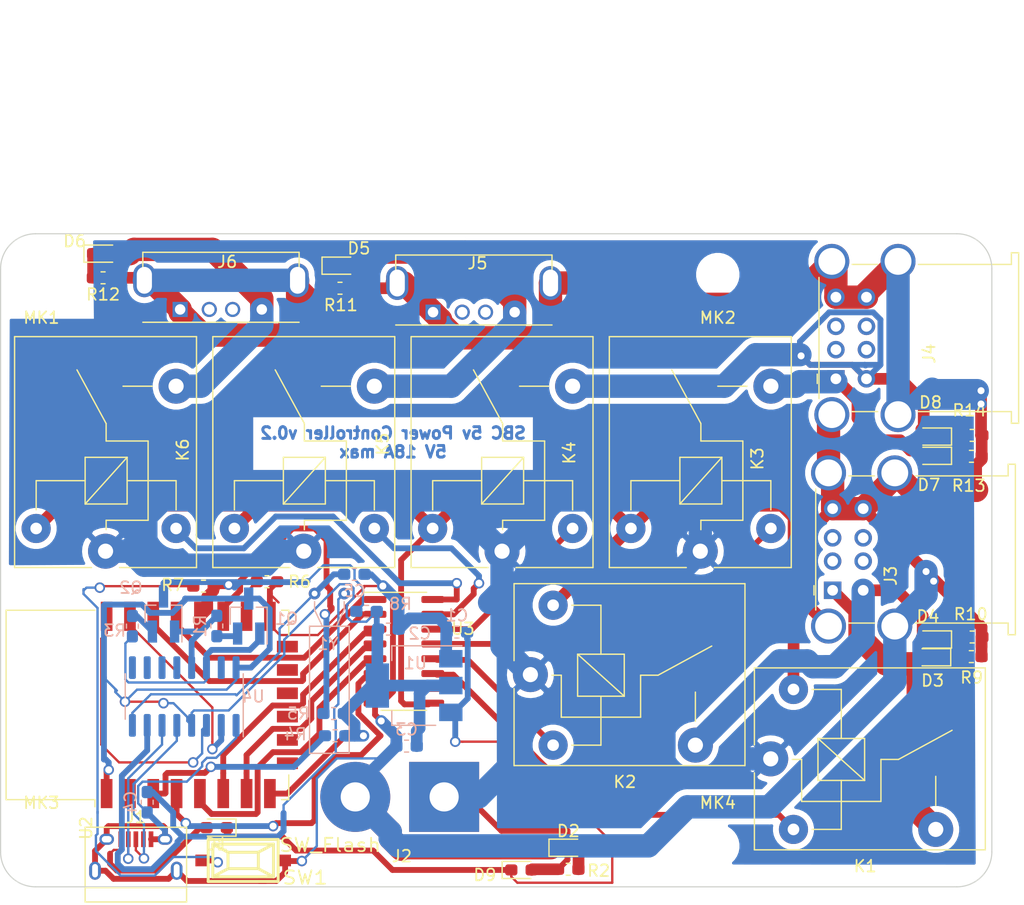
<source format=kicad_pcb>
(kicad_pcb (version 20171130) (host pcbnew 5.1.5-1.fc31)
  (title_block (date "15 nov 2012"))
  (layers (0 F.Cu signal) (31 B.Cu signal) (34 B.Paste user) (35 F.Paste user) (36 B.SilkS user) (37 F.SilkS user) (38 B.Mask user) (39 F.Mask user) (44 Edge.Cuts user))
  (net 0 "")
  (net 1 VBUS)
  (net 2 3V3_MCU)
  (net 3 "Net-(C4-Pad1)")
  (net 4 "Net-(C5-Pad1)")
  (net 5 "Net-(D1-Pad2)")
  (net 6 "Net-(D2-Pad2)")
  (net 7 GND_IN)
  (net 8 "Net-(D3-Pad2)")
  (net 9 "Net-(D3-Pad1)")
  (net 10 "Net-(D4-Pad2)")
  (net 11 "Net-(D4-Pad1)")
  (net 12 "Net-(D5-Pad2)")
  (net 13 "Net-(D5-Pad1)")
  (net 14 "Net-(D6-Pad2)")
  (net 15 "Net-(D6-Pad1)")
  (net 16 "Net-(D7-Pad2)")
  (net 17 "Net-(D7-Pad1)")
  (net 18 "Net-(D8-Pad2)")
  (net 19 "Net-(D8-Pad1)")
  (net 20 "Net-(J1-Pad4)")
  (net 21 USB-D+)
  (net 22 USB-D-)
  (net 23 5V_IN)
  (net 24 "Net-(J3-Pad2)")
  (net 25 "Net-(J3-Pad3)")
  (net 26 "Net-(J3-Pad6)")
  (net 27 "Net-(J3-Pad7)")
  (net 28 "Net-(J4-Pad2)")
  (net 29 "Net-(J4-Pad3)")
  (net 30 "Net-(J4-Pad6)")
  (net 31 "Net-(J4-Pad7)")
  (net 32 "Net-(J5-Pad3)")
  (net 33 "Net-(J5-Pad2)")
  (net 34 "Net-(J6-Pad3)")
  (net 35 "Net-(J6-Pad2)")
  (net 36 UCOM)
  (net 37 USB1)
  (net 38 USB2)
  (net 39 USB3)
  (net 40 USB4)
  (net 41 USB5)
  (net 42 USB6)
  (net 43 RTS)
  (net 44 "Net-(Q1-Pad2)")
  (net 45 DTR)
  (net 46 GPIO0)
  (net 47 "Net-(Q2-Pad2)")
  (net 48 "Net-(R4-Pad1)")
  (net 49 "Net-(R5-Pad2)")
  (net 50 "Net-(R6-Pad2)")
  (net 51 "Net-(R7-Pad1)")
  (net 52 TXD0)
  (net 53 RXD0)
  (net 54 GPIO5)
  (net 55 GPIO4)
  (net 56 "Net-(U2-Pad14)")
  (net 57 "Net-(U2-Pad13)")
  (net 58 "Net-(U2-Pad10)")
  (net 59 "Net-(U2-Pad9)")
  (net 60 GPIO13)
  (net 61 GPIO12)
  (net 62 GPIO14)
  (net 63 GPIO16)
  (net 64 "Net-(U2-Pad2)")
  (net 65 "Net-(U3-Pad10)")
  (net 66 "Net-(U3-Pad7)")
  (net 67 "Net-(U4-Pad15)")
  (net 68 "Net-(U4-Pad12)")
  (net 69 "Net-(U4-Pad11)")
  (net 70 "Net-(U4-Pad10)")
  (net 71 "Net-(U4-Pad9)")
  (net 72 "Net-(U2-Pad12)")
  (net 73 "Net-(U2-Pad11)")
  (module Resistor_SMD:R_0603_1608Metric_Pad1.05x0.95mm_HandSolder (layer B.Cu) (at 231.383 126.378 180)
    (fp_text reference R8 (at -2.907 0.635) (layer B.SilkS) (effects (justify mirror)))
    (fp_text value 10k)
    (pad 2 smd roundrect (at 0.875 0 180) (size 1.05 0.95) (layers B.Cu B.Paste B.Mask) (net 46 GPIO0))
    (pad 1 smd roundrect (at -0.875 0 180) (size 1.05 0.95) (layers B.Cu B.Paste B.Mask) (net 2 3V3_MCU))
  )
  (module Package_TO_SOT_SMD:SOT-23_Handsoldering (layer B.Cu) (at 213.97 126.608 90)
    (fp_text reference Q2 (at 2.262 -2.794 180) (layer B.SilkS) (effects (justify mirror)))
    (fp_text value S8050)
    (pad 3 smd rect (at 1.5 0 90) (size 1.9 0.8) (layers B.Cu B.Paste B.Mask) (net 46 GPIO0))
    (pad 2 smd rect (at -1.5 -0.95 90) (size 1.9 0.8) (layers B.Cu B.Paste B.Mask) (net 47 "Net-(Q2-Pad2)"))
    (pad 1 smd rect (at -1.5 0.95 90) (size 1.9 0.8) (layers B.Cu B.Paste B.Mask) (net 45 DTR))
  )
  (module Package_TO_SOT_SMD:SOT-23_Handsoldering (layer B.Cu) (at 221.275 126.783 90)
    (fp_text reference Q1 (at -0.23 3.236 180) (layer B.SilkS) (effects (justify mirror)))
    (fp_text value S8050)
    (pad 3 smd rect (at 1.5 0 90) (size 1.9 0.8) (layers B.Cu B.Paste B.Mask) (net 2 3V3_MCU))
    (pad 2 smd rect (at -1.5 -0.95 90) (size 1.9 0.8) (layers B.Cu B.Paste B.Mask) (net 44 "Net-(Q1-Pad2)"))
    (pad 1 smd rect (at -1.5 0.95 90) (size 1.9 0.8) (layers B.Cu B.Paste B.Mask) (net 43 RTS))
  )
  (module zsun-connectors:KF762_2P (layer F.Cu) (at 234.22396 142.28856 180)
    (fp_text reference J2 (at -0.19 -5.08) (layer F.SilkS))
    (fp_text value PWR_IN)
    (pad 2 thru_hole circle (at 3.81 0 180) (size 5.99948 5.99948) (drill 2.49936) (layers *.Cu *.Mask) (net 7 GND_IN))
    (pad 1 thru_hole rect (at -3.81 0 180) (size 5.99948 5.99948) (drill 2.49936) (layers *.Cu *.Mask) (net 23 5V_IN))
  )
  (module Diode_SMD:D_0603_1608Metric_Pad1.05x0.95mm_HandSolder (layer F.Cu) (at 244.6672 148.5522)
    (fp_text reference D9 (at -3.1382 0.4318) (layer F.SilkS))
    (fp_text value 1N4007)
    (pad 2 smd roundrect (at 0.875 0) (size 1.05 0.95) (layers F.Cu F.Paste F.Mask) (net 23 5V_IN))
    (pad 1 smd roundrect (at -0.875 0) (size 1.05 0.95) (layers F.Cu F.Paste F.Mask) (net 1 VBUS))
  )
  (module Crystal:Crystal_AT310_D3.0mm_L10.0mm_Horizontal (layer B.Cu) (at 229.464 124.854 180)
    (fp_text reference Y1 (at 1.397 -4.318) (layer B.SilkS) (effects (justify mirror)))
    (fp_text value 12M)
    (pad 2 thru_hole circle (at 2.54 0 180) (size 1 1) (drill 0.5) (layers *.Cu *.Mask) (net 4 "Net-(C5-Pad1)"))
    (pad 1 thru_hole circle (at 0 0 180) (size 1 1) (drill 0.5) (layers *.Cu *.Mask) (net 3 "Net-(C4-Pad1)"))
  )
  (module Package_SO:SOIC-16_3.9x9.9mm_P1.27mm (layer B.Cu) (at 215.748 133.679 90)
    (fp_text reference U4 (at 0 5.9) (layer B.SilkS) (effects (justify mirror)))
    (fp_text value CH340G)
    (pad 16 smd roundrect (at 2.475 4.445 90) (size 1.95 0.6) (layers B.Cu B.Paste B.Mask) (net 2 3V3_MCU))
    (pad 15 smd roundrect (at 2.475 3.175 90) (size 1.95 0.6) (layers B.Cu B.Paste B.Mask) (net 67 "Net-(U4-Pad15)"))
    (pad 14 smd roundrect (at 2.475 1.905 90) (size 1.95 0.6) (layers B.Cu B.Paste B.Mask) (net 43 RTS))
    (pad 13 smd roundrect (at 2.475 0.635 90) (size 1.95 0.6) (layers B.Cu B.Paste B.Mask) (net 45 DTR))
    (pad 12 smd roundrect (at 2.475 -0.635 90) (size 1.95 0.6) (layers B.Cu B.Paste B.Mask) (net 68 "Net-(U4-Pad12)"))
    (pad 11 smd roundrect (at 2.475 -1.905 90) (size 1.95 0.6) (layers B.Cu B.Paste B.Mask) (net 69 "Net-(U4-Pad11)"))
    (pad 10 smd roundrect (at 2.475 -3.175 90) (size 1.95 0.6) (layers B.Cu B.Paste B.Mask) (net 70 "Net-(U4-Pad10)"))
    (pad 9 smd roundrect (at 2.475 -4.445 90) (size 1.95 0.6) (layers B.Cu B.Paste B.Mask) (net 71 "Net-(U4-Pad9)"))
    (pad 8 smd roundrect (at -2.475 -4.445 90) (size 1.95 0.6) (layers B.Cu B.Paste B.Mask) (net 4 "Net-(C5-Pad1)"))
    (pad 7 smd roundrect (at -2.475 -3.175 90) (size 1.95 0.6) (layers B.Cu B.Paste B.Mask) (net 3 "Net-(C4-Pad1)"))
    (pad 6 smd roundrect (at -2.475 -1.905 90) (size 1.95 0.6) (layers B.Cu B.Paste B.Mask) (net 22 USB-D-))
    (pad 5 smd roundrect (at -2.475 -0.635 90) (size 1.95 0.6) (layers B.Cu B.Paste B.Mask) (net 21 USB-D+))
    (pad 4 smd roundrect (at -2.475 0.635 90) (size 1.95 0.6) (layers B.Cu B.Paste B.Mask) (net 2 3V3_MCU))
    (pad 3 smd roundrect (at -2.475 1.905 90) (size 1.95 0.6) (layers B.Cu B.Paste B.Mask) (net 52 TXD0))
    (pad 2 smd roundrect (at -2.475 3.175 90) (size 1.95 0.6) (layers B.Cu B.Paste B.Mask) (net 53 RXD0))
    (pad 1 smd roundrect (at -2.475 4.445 90) (size 1.95 0.6) (layers B.Cu B.Paste B.Mask) (net 7 GND_IN))
  )
  (module Package_SO:SOIC-16_3.9x9.9mm_P1.27mm (layer F.Cu) (at 234.58464 129.807)
    (fp_text reference U3 (at 5.0658 -1.9304) (layer F.SilkS))
    (fp_text value ULN2003)
    (pad 16 smd roundrect (at 2.475 -4.445) (size 1.95 0.6) (layers F.Cu F.Paste F.Mask) (net 42 USB6))
    (pad 15 smd roundrect (at 2.475 -3.175) (size 1.95 0.6) (layers F.Cu F.Paste F.Mask) (net 41 USB5))
    (pad 14 smd roundrect (at 2.475 -1.905) (size 1.95 0.6) (layers F.Cu F.Paste F.Mask) (net 40 USB4))
    (pad 13 smd roundrect (at 2.475 -0.635) (size 1.95 0.6) (layers F.Cu F.Paste F.Mask) (net 39 USB3))
    (pad 12 smd roundrect (at 2.475 0.635) (size 1.95 0.6) (layers F.Cu F.Paste F.Mask) (net 38 USB2))
    (pad 11 smd roundrect (at 2.475 1.905) (size 1.95 0.6) (layers F.Cu F.Paste F.Mask) (net 37 USB1))
    (pad 10 smd roundrect (at 2.475 3.175) (size 1.95 0.6) (layers F.Cu F.Paste F.Mask) (net 65 "Net-(U3-Pad10)"))
    (pad 9 smd roundrect (at 2.475 4.445) (size 1.95 0.6) (layers F.Cu F.Paste F.Mask) (net 36 UCOM))
    (pad 8 smd roundrect (at -2.475 4.445) (size 1.95 0.6) (layers F.Cu F.Paste F.Mask) (net 7 GND_IN))
    (pad 7 smd roundrect (at -2.475 3.175) (size 1.95 0.6) (layers F.Cu F.Paste F.Mask) (net 66 "Net-(U3-Pad7)"))
    (pad 6 smd roundrect (at -2.475 1.905) (size 1.95 0.6) (layers F.Cu F.Paste F.Mask) (net 63 GPIO16))
    (pad 5 smd roundrect (at -2.475 0.635) (size 1.95 0.6) (layers F.Cu F.Paste F.Mask) (net 62 GPIO14))
    (pad 4 smd roundrect (at -2.475 -0.635) (size 1.95 0.6) (layers F.Cu F.Paste F.Mask) (net 60 GPIO13))
    (pad 3 smd roundrect (at -2.475 -1.905) (size 1.95 0.6) (layers F.Cu F.Paste F.Mask) (net 61 GPIO12))
    (pad 2 smd roundrect (at -2.475 -3.175) (size 1.95 0.6) (layers F.Cu F.Paste F.Mask) (net 54 GPIO5))
    (pad 1 smd roundrect (at -2.475 -4.445) (size 1.95 0.6) (layers F.Cu F.Paste F.Mask) (net 55 GPIO4))
  )
  (module RF_Module:ESP-12E (layer F.Cu) (at 212.5932 134.40408 90)
    (fp_text reference U2 (at -10.56 -5.26 90) (layer F.SilkS))
    (fp_text value ESP-12F)
    (pad 22 smd rect (at 7.6 -3.5 90) (size 2.5 1) (layers F.Cu F.Paste F.Mask) (net 52 TXD0))
    (pad 21 smd rect (at 7.6 -1.5 90) (size 2.5 1) (layers F.Cu F.Paste F.Mask) (net 53 RXD0))
    (pad 20 smd rect (at 7.6 0.5 90) (size 2.5 1) (layers F.Cu F.Paste F.Mask) (net 54 GPIO5))
    (pad 19 smd rect (at 7.6 2.5 90) (size 2.5 1) (layers F.Cu F.Paste F.Mask) (net 55 GPIO4))
    (pad 18 smd rect (at 7.6 4.5 90) (size 2.5 1) (layers F.Cu F.Paste F.Mask) (net 46 GPIO0))
    (pad 17 smd rect (at 7.6 6.5 90) (size 2.5 1) (layers F.Cu F.Paste F.Mask) (net 49 "Net-(R5-Pad2)"))
    (pad 16 smd rect (at 7.6 8.5 90) (size 2.5 1) (layers F.Cu F.Paste F.Mask) (net 50 "Net-(R6-Pad2)"))
    (pad 15 smd rect (at 7.6 10.5 90) (size 2.5 1) (layers F.Cu F.Paste F.Mask) (net 7 GND_IN))
    (pad 14 smd rect (at 5 12 90) (size 1 1.8) (layers F.Cu F.Paste F.Mask) (net 56 "Net-(U2-Pad14)"))
    (pad 13 smd rect (at 3 12 90) (size 1 1.8) (layers F.Cu F.Paste F.Mask) (net 57 "Net-(U2-Pad13)"))
    (pad 12 smd rect (at 1 12 90) (size 1 1.8) (layers F.Cu F.Paste F.Mask) (net 72 "Net-(U2-Pad12)"))
    (pad 11 smd rect (at -1 12 90) (size 1 1.8) (layers F.Cu F.Paste F.Mask) (net 73 "Net-(U2-Pad11)"))
    (pad 10 smd rect (at -3 12 90) (size 1 1.8) (layers F.Cu F.Paste F.Mask) (net 58 "Net-(U2-Pad10)"))
    (pad 9 smd rect (at -5 12 90) (size 1 1.8) (layers F.Cu F.Paste F.Mask) (net 59 "Net-(U2-Pad9)"))
    (pad 8 smd rect (at -7.6 10.5 90) (size 2.5 1) (layers F.Cu F.Paste F.Mask) (net 2 3V3_MCU))
    (pad 7 smd rect (at -7.6 8.5 90) (size 2.5 1) (layers F.Cu F.Paste F.Mask) (net 60 GPIO13))
    (pad 6 smd rect (at -7.6 6.5 90) (size 2.5 1) (layers F.Cu F.Paste F.Mask) (net 61 GPIO12))
    (pad 5 smd rect (at -7.6 4.5 90) (size 2.5 1) (layers F.Cu F.Paste F.Mask) (net 62 GPIO14))
    (pad 4 smd rect (at -7.6 2.5 90) (size 2.5 1) (layers F.Cu F.Paste F.Mask) (net 63 GPIO16))
    (pad 3 smd rect (at -7.6 0.5 90) (size 2.5 1) (layers F.Cu F.Paste F.Mask) (net 48 "Net-(R4-Pad1)"))
    (pad 2 smd rect (at -7.6 -1.5 90) (size 2.5 1) (layers F.Cu F.Paste F.Mask) (net 64 "Net-(U2-Pad2)"))
    (pad 1 smd rect (at -7.6 -3.5 90) (size 2.5 1) (layers F.Cu F.Paste F.Mask) (net 2 3V3_MCU))
  )
  (module Package_TO_SOT_SMD:SOT-223-3_TabPin2 (layer B.Cu) (at 235.458 132.742 180)
    (fp_text reference U1 (at -0.102 1.919) (layer B.SilkS) (effects (justify mirror)))
    (fp_text value AP1117-33)
    (pad 1 smd rect (at -3.15 2.3 180) (size 2 1.5) (layers B.Cu B.Paste B.Mask) (net 7 GND_IN))
    (pad 3 smd rect (at -3.15 -2.3 180) (size 2 1.5) (layers B.Cu B.Paste B.Mask) (net 1 VBUS))
    (pad 2 smd rect (at -3.15 0 180) (size 2 1.5) (layers B.Cu B.Paste B.Mask) (net 2 3V3_MCU))
    (pad 2 smd rect (at 3.15 0 180) (size 2 3.8) (layers B.Cu B.Paste B.Mask) (net 2 3V3_MCU))
  )
  (module Resistor_SMD:R_0603_1608Metric_Pad1.05x0.95mm_HandSolder (layer F.Cu) (at 283.312 111.2904 180)
    (fp_text reference R14 (at 0.23368 2.14376) (layer F.SilkS))
    (fp_text value 100R)
    (pad 2 smd roundrect (at 0.875 0 180) (size 1.05 0.95) (layers F.Cu F.Paste F.Mask) (net 19 "Net-(D8-Pad1)"))
    (pad 1 smd roundrect (at -0.875 0 180) (size 1.05 0.95) (layers F.Cu F.Paste F.Mask) (net 7 GND_IN))
  )
  (module Resistor_SMD:R_0603_1608Metric_Pad1.05x0.95mm_HandSolder (layer F.Cu) (at 283.25228 113.08364 180)
    (fp_text reference R13 (at 0.22984 -2.51968) (layer F.SilkS))
    (fp_text value 100R)
    (pad 2 smd roundrect (at 0.875 0 180) (size 1.05 0.95) (layers F.Cu F.Paste F.Mask) (net 17 "Net-(D7-Pad1)"))
    (pad 1 smd roundrect (at -0.875 0 180) (size 1.05 0.95) (layers F.Cu F.Paste F.Mask) (net 7 GND_IN))
  )
  (module Resistor_SMD:R_0603_1608Metric_Pad1.05x0.95mm_HandSolder (layer F.Cu) (at 229.10716 98.67168 180)
    (fp_text reference R11 (at -0.0648 -1.4478) (layer F.SilkS))
    (fp_text value 100R)
    (pad 2 smd roundrect (at 0.875 0 180) (size 1.05 0.95) (layers F.Cu F.Paste F.Mask) (net 13 "Net-(D5-Pad1)"))
    (pad 1 smd roundrect (at -0.875 0 180) (size 1.05 0.95) (layers F.Cu F.Paste F.Mask) (net 7 GND_IN))
  )
  (module Resistor_SMD:R_0603_1608Metric_Pad1.05x0.95mm_HandSolder (layer F.Cu) (at 208.78964 97.7776 180)
    (fp_text reference R12 (at 0 -1.43) (layer F.SilkS))
    (fp_text value 100R)
    (pad 2 smd roundrect (at 0.875 0 180) (size 1.05 0.95) (layers F.Cu F.Paste F.Mask) (net 15 "Net-(D6-Pad1)"))
    (pad 1 smd roundrect (at -0.875 0 180) (size 1.05 0.95) (layers F.Cu F.Paste F.Mask) (net 7 GND_IN))
  )
  (module Resistor_SMD:R_0603_1608Metric_Pad1.05x0.95mm_HandSolder (layer F.Cu) (at 283.312 128.57764 180)
    (fp_text reference R10 (at 0.12316 1.9558) (layer F.SilkS))
    (fp_text value 100R)
    (pad 2 smd roundrect (at 0.875 0 180) (size 1.05 0.95) (layers F.Cu F.Paste F.Mask) (net 11 "Net-(D4-Pad1)"))
    (pad 1 smd roundrect (at -0.875 0 180) (size 1.05 0.95) (layers F.Cu F.Paste F.Mask) (net 7 GND_IN))
  )
  (module Resistor_SMD:R_0603_1608Metric_Pad1.05x0.95mm_HandSolder (layer F.Cu) (at 283.24212 130.25912 180)
    (fp_text reference R9 (at -0.02924 -1.79832) (layer F.SilkS))
    (fp_text value 100R)
    (pad 2 smd roundrect (at 0.875 0 180) (size 1.05 0.95) (layers F.Cu F.Paste F.Mask) (net 9 "Net-(D3-Pad1)"))
    (pad 1 smd roundrect (at -0.875 0 180) (size 1.05 0.95) (layers F.Cu F.Paste F.Mask) (net 7 GND_IN))
  )
  (module Resistor_SMD:R_0603_1608Metric_Pad1.05x0.95mm_HandSolder (layer F.Cu) (at 217.399 124.219)
    (fp_text reference R7 (at -2.6416 -0.1016) (layer F.SilkS))
    (fp_text value 470)
    (pad 2 smd roundrect (at 0.875 0) (size 1.05 0.95) (layers F.Cu F.Paste F.Mask) (net 46 GPIO0))
    (pad 1 smd roundrect (at -0.875 0) (size 1.05 0.95) (layers F.Cu F.Paste F.Mask) (net 51 "Net-(R7-Pad1)"))
  )
  (module Resistor_SMD:R_0603_1608Metric_Pad1.05x0.95mm_HandSolder (layer F.Cu) (at 222.846 123.838 180)
    (fp_text reference R6 (at -2.794 0) (layer F.SilkS))
    (fp_text value 10k)
    (pad 2 smd roundrect (at 0.875 0 180) (size 1.05 0.95) (layers F.Cu F.Paste F.Mask) (net 50 "Net-(R6-Pad2)"))
    (pad 1 smd roundrect (at -0.875 0 180) (size 1.05 0.95) (layers F.Cu F.Paste F.Mask) (net 7 GND_IN))
  )
  (module Resistor_SMD:R_0603_1608Metric_Pad1.05x0.95mm_HandSolder (layer B.Cu) (at 228.561 135.141 180)
    (fp_text reference R5 (at 3.034 0) (layer B.SilkS) (effects (justify mirror)))
    (fp_text value 10k)
    (pad 2 smd roundrect (at 0.875 0 180) (size 1.05 0.95) (layers B.Cu B.Paste B.Mask) (net 49 "Net-(R5-Pad2)"))
    (pad 1 smd roundrect (at -0.875 0 180) (size 1.05 0.95) (layers B.Cu B.Paste B.Mask) (net 2 3V3_MCU))
  )
  (module Resistor_SMD:R_0603_1608Metric_Pad1.05x0.95mm_HandSolder (layer B.Cu) (at 228.688 137.046)
    (fp_text reference R4 (at -3.415 -0.127) (layer B.SilkS) (effects (justify mirror)))
    (fp_text value 10k)
    (pad 2 smd roundrect (at 0.875 0) (size 1.05 0.95) (layers B.Cu B.Paste B.Mask) (net 2 3V3_MCU))
    (pad 1 smd roundrect (at -0.875 0) (size 1.05 0.95) (layers B.Cu B.Paste B.Mask) (net 48 "Net-(R4-Pad1)"))
  )
  (module Resistor_SMD:R_0603_1608Metric_Pad1.05x0.95mm_HandSolder (layer B.Cu) (at 211.303 127.648 90)
    (fp_text reference R3 (at -0.381 -1.524 180) (layer B.SilkS) (effects (justify mirror)))
    (fp_text value 10k)
    (pad 2 smd roundrect (at 0.875 0 90) (size 1.05 0.95) (layers B.Cu B.Paste B.Mask) (net 47 "Net-(Q2-Pad2)"))
    (pad 1 smd roundrect (at -0.875 0 90) (size 1.05 0.95) (layers B.Cu B.Paste B.Mask) (net 43 RTS))
  )
  (module Resistor_SMD:R_0603_1608Metric_Pad1.05x0.95mm_HandSolder (layer F.Cu) (at 248.67532 148.49632)
    (fp_text reference R2 (at 2.61236 0.12192) (layer F.SilkS))
    (fp_text value 100R)
    (pad 2 smd roundrect (at 0.875 0) (size 1.05 0.95) (layers F.Cu F.Paste F.Mask) (net 6 "Net-(D2-Pad2)"))
    (pad 1 smd roundrect (at -0.875 0) (size 1.05 0.95) (layers F.Cu F.Paste F.Mask) (net 23 5V_IN))
  )
  (module Resistor_SMD:R_0603_1608Metric_Pad1.05x0.95mm_HandSolder (layer B.Cu) (at 218.542 127.634 270)
    (fp_text reference R1 (at 0 1.43 90) (layer B.SilkS) (effects (justify mirror)))
    (fp_text value 10k)
    (pad 2 smd roundrect (at 0.875 0 270) (size 1.05 0.95) (layers B.Cu B.Paste B.Mask) (net 44 "Net-(Q1-Pad2)"))
    (pad 1 smd roundrect (at -0.875 0 270) (size 1.05 0.95) (layers B.Cu B.Paste B.Mask) (net 45 DTR))
  )
  (module Relay_THT:Relay_SPST_SANYOU_SRD_Series_Form_A (layer F.Cu) (at 209 121.2218 90)
    (fp_text reference K6 (at 8.6868 6.621 90) (layer F.SilkS))
    (fp_text value SANYOU_SRD_Form_A)
    (pad 1 thru_hole circle (at 0 0 180) (size 3 3) (drill 1.3) (layers *.Cu *.Mask) (net 23 5V_IN))
    (pad 5 thru_hole circle (at 1.95 -5.95 180) (size 2.5 2.5) (drill 1) (layers *.Cu *.Mask) (net 36 UCOM))
    (pad 3 thru_hole circle (at 14.15 6.05 180) (size 3 3) (drill 1.3) (layers *.Cu *.Mask) (net 14 "Net-(D6-Pad2)"))
    (pad 2 thru_hole circle (at 1.95 6.05 180) (size 2.5 2.5) (drill 1) (layers *.Cu *.Mask) (net 42 USB6))
  )
  (module Relay_THT:Relay_SPST_SANYOU_SRD_Series_Form_A (layer F.Cu) (at 226 121.2218 90)
    (fp_text reference K5 (at 9.1948 6.766 90) (layer F.SilkS))
    (fp_text value SANYOU_SRD_Form_A)
    (pad 1 thru_hole circle (at 0 0 180) (size 3 3) (drill 1.3) (layers *.Cu *.Mask) (net 23 5V_IN))
    (pad 5 thru_hole circle (at 1.95 -5.95 180) (size 2.5 2.5) (drill 1) (layers *.Cu *.Mask) (net 36 UCOM))
    (pad 3 thru_hole circle (at 14.15 6.05 180) (size 3 3) (drill 1.3) (layers *.Cu *.Mask) (net 12 "Net-(D5-Pad2)"))
    (pad 2 thru_hole circle (at 1.95 6.05 180) (size 2.5 2.5) (drill 1) (layers *.Cu *.Mask) (net 41 USB5))
  )
  (module Relay_THT:Relay_SPST_SANYOU_SRD_Series_Form_A (layer F.Cu) (at 243 121.2218 90)
    (fp_text reference K4 (at 8.4328 5.768 90) (layer F.SilkS))
    (fp_text value SANYOU_SRD_Form_A)
    (pad 1 thru_hole circle (at 0 0 180) (size 3 3) (drill 1.3) (layers *.Cu *.Mask) (net 23 5V_IN))
    (pad 5 thru_hole circle (at 1.95 -5.95 180) (size 2.5 2.5) (drill 1) (layers *.Cu *.Mask) (net 36 UCOM))
    (pad 3 thru_hole circle (at 14.15 6.05 180) (size 3 3) (drill 1.3) (layers *.Cu *.Mask) (net 18 "Net-(D8-Pad2)"))
    (pad 2 thru_hole circle (at 1.95 6.05 180) (size 2.5 2.5) (drill 1) (layers *.Cu *.Mask) (net 40 USB4))
  )
  (module Relay_THT:Relay_SPST_SANYOU_SRD_Series_Form_A (layer F.Cu) (at 260 121.2218 90)
    (fp_text reference K3 (at 7.9248 4.897 90) (layer F.SilkS))
    (fp_text value SANYOU_SRD_Form_A)
    (pad 1 thru_hole circle (at 0 0 180) (size 3 3) (drill 1.3) (layers *.Cu *.Mask) (net 23 5V_IN))
    (pad 5 thru_hole circle (at 1.95 -5.95 180) (size 2.5 2.5) (drill 1) (layers *.Cu *.Mask) (net 36 UCOM))
    (pad 3 thru_hole circle (at 14.15 6.05 180) (size 3 3) (drill 1.3) (layers *.Cu *.Mask) (net 16 "Net-(D7-Pad2)"))
    (pad 2 thru_hole circle (at 1.95 6.05 180) (size 2.5 2.5) (drill 1) (layers *.Cu *.Mask) (net 39 USB3))
  )
  (module Relay_THT:Relay_SPST_SANYOU_SRD_Series_Form_A (layer F.Cu) (at 245.43044 131.80344)
    (fp_text reference K2 (at 8.1 9.2) (layer F.SilkS))
    (fp_text value SANYOU_SRD_Form_A)
    (pad 1 thru_hole circle (at 0 0 90) (size 3 3) (drill 1.3) (layers *.Cu *.Mask) (net 23 5V_IN))
    (pad 5 thru_hole circle (at 1.95 -5.95 90) (size 2.5 2.5) (drill 1) (layers *.Cu *.Mask) (net 36 UCOM))
    (pad 3 thru_hole circle (at 14.15 6.05 90) (size 3 3) (drill 1.3) (layers *.Cu *.Mask) (net 10 "Net-(D4-Pad2)"))
    (pad 2 thru_hole circle (at 1.95 6.05 90) (size 2.5 2.5) (drill 1) (layers *.Cu *.Mask) (net 38 USB2))
  )
  (module Relay_THT:Relay_SPST_SANYOU_SRD_Series_Form_A (layer F.Cu) (at 266.04 139.0272)
    (fp_text reference K1 (at 8.1 9.2) (layer F.SilkS))
    (fp_text value SANYOU_SRD_Form_A)
    (pad 1 thru_hole circle (at 0 0 90) (size 3 3) (drill 1.3) (layers *.Cu *.Mask) (net 23 5V_IN))
    (pad 5 thru_hole circle (at 1.95 -5.95 90) (size 2.5 2.5) (drill 1) (layers *.Cu *.Mask) (net 36 UCOM))
    (pad 3 thru_hole circle (at 14.15 6.05 90) (size 3 3) (drill 1.3) (layers *.Cu *.Mask) (net 8 "Net-(D3-Pad2)"))
    (pad 2 thru_hole circle (at 1.95 6.05 90) (size 2.5 2.5) (drill 1) (layers *.Cu *.Mask) (net 37 USB1))
  )
  (module zsun-connectors:USB_A_Vertical (layer F.Cu) (at 215.39772 100.49032)
    (fp_text reference J6 (at 4.03328 -4.08432) (layer F.SilkS))
    (fp_text value USB_A)
    (pad 4 thru_hole rect (at 0 0) (size 1.3 1.3) (drill 0.9) (layers *.Cu *.Mask) (net 7 GND_IN))
    (pad 3 thru_hole circle (at 2.5 0) (size 1.3 1.3) (drill 0.9) (layers *.Cu *.Mask) (net 34 "Net-(J6-Pad3)"))
    (pad 2 thru_hole circle (at 4.5 0) (size 1.3 1.3) (drill 0.9) (layers *.Cu *.Mask) (net 35 "Net-(J6-Pad2)"))
    (pad 1 thru_hole circle (at 7 0) (size 1.3 1.3) (drill 0.9) (layers *.Cu *.Mask) (net 14 "Net-(D6-Pad2)"))
    (pad 5 thru_hole oval (at -3.07 -2.5 180) (size 1.9 2.9) (drill oval 1.3 2.3) (layers *.Cu *.Mask) (net 7 GND_IN))
    (pad 5 thru_hole oval (at 10.07 -2.5) (size 1.9 2.9) (drill oval 1.3 2.3) (layers *.Cu *.Mask) (net 7 GND_IN))
  )
  (module zsun-connectors:USB_A_Vertical (layer F.Cu) (at 237.084 100.724)
    (fp_text reference J5 (at 3.81 -4.191) (layer F.SilkS))
    (fp_text value USB_A)
    (pad 4 thru_hole rect (at 0 0) (size 1.3 1.3) (drill 0.9) (layers *.Cu *.Mask) (net 7 GND_IN))
    (pad 3 thru_hole circle (at 2.5 0) (size 1.3 1.3) (drill 0.9) (layers *.Cu *.Mask) (net 32 "Net-(J5-Pad3)"))
    (pad 2 thru_hole circle (at 4.5 0) (size 1.3 1.3) (drill 0.9) (layers *.Cu *.Mask) (net 33 "Net-(J5-Pad2)"))
    (pad 1 thru_hole circle (at 7 0) (size 1.3 1.3) (drill 0.9) (layers *.Cu *.Mask) (net 12 "Net-(D5-Pad2)"))
    (pad 5 thru_hole oval (at -3.07 -2.5 180) (size 1.9 2.9) (drill oval 1.3 2.3) (layers *.Cu *.Mask) (net 7 GND_IN))
    (pad 5 thru_hole oval (at 10.07 -2.5) (size 1.9 2.9) (drill oval 1.3 2.3) (layers *.Cu *.Mask) (net 7 GND_IN))
  )
  (module Connector_USB:USB_A_Wuerth_61400826021_Horizontal_Stacked (layer F.Cu) (at 271.628 106.439 90)
    (fp_text reference J4 (at 2.159 8.001 90) (layer F.SilkS))
    (fp_text value USB_A_Stacked)
    (pad 9 thru_hole circle (at 10.07 -0.35 90) (size 3 3) (drill 2.3) (layers *.Cu *.Mask) (net 7 GND_IN))
    (pad 9 thru_hole circle (at -3.07 -0.35 90) (size 3 3) (drill 2.3) (layers *.Cu *.Mask) (net 7 GND_IN))
    (pad 1 thru_hole rect (at 0 0 90) (size 1.5 1.5) (drill 0.92) (layers *.Cu *.Mask) (net 16 "Net-(D7-Pad2)"))
    (pad 2 thru_hole circle (at 2.5 0 90) (size 1.5 1.5) (drill 0.92) (layers *.Cu *.Mask) (net 28 "Net-(J4-Pad2)"))
    (pad 3 thru_hole circle (at 4.5 0 90) (size 1.5 1.5) (drill 0.92) (layers *.Cu *.Mask) (net 29 "Net-(J4-Pad3)"))
    (pad 4 thru_hole circle (at 7 0 90) (size 1.5 1.5) (drill 0.92) (layers *.Cu *.Mask) (net 7 GND_IN))
    (pad 9 thru_hole circle (at -3.07 5.33 90) (size 3 3) (drill 2.3) (layers *.Cu *.Mask) (net 7 GND_IN))
    (pad 9 thru_hole circle (at 10.07 5.33 90) (size 3 3) (drill 2.3) (layers *.Cu *.Mask) (net 7 GND_IN))
    (pad 5 thru_hole circle (at 0 2.62 90) (size 1.5 1.5) (drill 0.92) (layers *.Cu *.Mask) (net 18 "Net-(D8-Pad2)"))
    (pad 6 thru_hole circle (at 2.5 2.62 90) (size 1.5 1.5) (drill 0.92) (layers *.Cu *.Mask) (net 30 "Net-(J4-Pad6)"))
    (pad 7 thru_hole circle (at 4.5 2.62 90) (size 1.5 1.5) (drill 0.92) (layers *.Cu *.Mask) (net 31 "Net-(J4-Pad7)"))
    (pad 8 thru_hole circle (at 7 2.62 90) (size 1.5 1.5) (drill 0.92) (layers *.Cu *.Mask) (net 7 GND_IN))
  )
  (module Connector_USB:USB_A_Wuerth_61400826021_Horizontal_Stacked (layer F.Cu) (at 271.34808 124.57292 90)
    (fp_text reference J3 (at 1.24292 4.97892 90) (layer F.SilkS))
    (fp_text value USB_A_Stacked)
    (pad 9 thru_hole circle (at 10.07 -0.35 90) (size 3 3) (drill 2.3) (layers *.Cu *.Mask) (net 7 GND_IN))
    (pad 9 thru_hole circle (at -3.07 -0.35 90) (size 3 3) (drill 2.3) (layers *.Cu *.Mask) (net 7 GND_IN))
    (pad 1 thru_hole rect (at 0 0 90) (size 1.5 1.5) (drill 0.92) (layers *.Cu *.Mask) (net 8 "Net-(D3-Pad2)"))
    (pad 2 thru_hole circle (at 2.5 0 90) (size 1.5 1.5) (drill 0.92) (layers *.Cu *.Mask) (net 24 "Net-(J3-Pad2)"))
    (pad 3 thru_hole circle (at 4.5 0 90) (size 1.5 1.5) (drill 0.92) (layers *.Cu *.Mask) (net 25 "Net-(J3-Pad3)"))
    (pad 4 thru_hole circle (at 7 0 90) (size 1.5 1.5) (drill 0.92) (layers *.Cu *.Mask) (net 7 GND_IN))
    (pad 9 thru_hole circle (at -3.07 5.33 90) (size 3 3) (drill 2.3) (layers *.Cu *.Mask) (net 7 GND_IN))
    (pad 9 thru_hole circle (at 10.07 5.33 90) (size 3 3) (drill 2.3) (layers *.Cu *.Mask) (net 7 GND_IN))
    (pad 5 thru_hole circle (at 0 2.62 90) (size 1.5 1.5) (drill 0.92) (layers *.Cu *.Mask) (net 10 "Net-(D4-Pad2)"))
    (pad 6 thru_hole circle (at 2.5 2.62 90) (size 1.5 1.5) (drill 0.92) (layers *.Cu *.Mask) (net 26 "Net-(J3-Pad6)"))
    (pad 7 thru_hole circle (at 4.5 2.62 90) (size 1.5 1.5) (drill 0.92) (layers *.Cu *.Mask) (net 27 "Net-(J3-Pad7)"))
    (pad 8 thru_hole circle (at 7 2.62 90) (size 1.5 1.5) (drill 0.92) (layers *.Cu *.Mask) (net 7 GND_IN))
  )
  (module LED_SMD:LED_0603_1608Metric_Pad1.05x0.95mm_HandSolder (layer F.Cu) (at 279.883 111.392 180)
    (fp_text reference D8 (at 0.1384 2.93116) (layer F.SilkS))
    (fp_text value USB4)
    (pad 2 smd roundrect (at 0.875 0 180) (size 1.05 0.95) (layers F.Cu F.Paste F.Mask) (net 18 "Net-(D8-Pad2)"))
    (pad 1 smd roundrect (at -0.875 0 180) (size 1.05 0.95) (layers F.Cu F.Paste F.Mask) (net 19 "Net-(D8-Pad1)"))
  )
  (module LED_SMD:LED_0603_1608Metric_Pad1.05x0.95mm_HandSolder (layer F.Cu) (at 279.883 113.043 180)
    (fp_text reference D7 (at 0.28572 -2.4892) (layer F.SilkS))
    (fp_text value USB3)
    (pad 2 smd roundrect (at 0.875 0 180) (size 1.05 0.95) (layers F.Cu F.Paste F.Mask) (net 16 "Net-(D7-Pad2)"))
    (pad 1 smd roundrect (at -0.875 0 180) (size 1.05 0.95) (layers F.Cu F.Paste F.Mask) (net 17 "Net-(D7-Pad1)"))
  )
  (module LED_SMD:LED_0603_1608Metric_Pad1.05x0.95mm_HandSolder (layer F.Cu) (at 229.224 96.7362)
    (fp_text reference D5 (at 1.49984 -1.47828) (layer F.SilkS))
    (fp_text value USB5)
    (pad 2 smd roundrect (at 0.875 0) (size 1.05 0.95) (layers F.Cu F.Paste F.Mask) (net 12 "Net-(D5-Pad2)"))
    (pad 1 smd roundrect (at -0.875 0) (size 1.05 0.95) (layers F.Cu F.Paste F.Mask) (net 13 "Net-(D5-Pad1)"))
  )
  (module LED_SMD:LED_0603_1608Metric_Pad1.05x0.95mm_HandSolder (layer F.Cu) (at 208.80872 95.70496)
    (fp_text reference D6 (at -2.45872 -1.07696) (layer F.SilkS))
    (fp_text value USB6)
    (pad 2 smd roundrect (at 0.875 0) (size 1.05 0.95) (layers F.Cu F.Paste F.Mask) (net 14 "Net-(D6-Pad2)"))
    (pad 1 smd roundrect (at -0.875 0) (size 1.05 0.95) (layers F.Cu F.Paste F.Mask) (net 15 "Net-(D6-Pad1)"))
  )
  (module LED_SMD:LED_0603_1608Metric_Pad1.05x0.95mm_HandSolder (layer F.Cu) (at 279.883 128.791 180)
    (fp_text reference D4 (at 0.35944 1.97612) (layer F.SilkS))
    (fp_text value USB2)
    (pad 2 smd roundrect (at 0.875 0 180) (size 1.05 0.95) (layers F.Cu F.Paste F.Mask) (net 10 "Net-(D4-Pad2)"))
    (pad 1 smd roundrect (at -0.875 0 180) (size 1.05 0.95) (layers F.Cu F.Paste F.Mask) (net 11 "Net-(D4-Pad1)"))
  )
  (module LED_SMD:LED_0603_1608Metric_Pad1.05x0.95mm_HandSolder (layer F.Cu) (at 279.81572 130.315 180)
    (fp_text reference D3 (at -0.10792 -2.00152) (layer F.SilkS))
    (fp_text value USB1)
    (pad 2 smd roundrect (at 0.875 0 180) (size 1.05 0.95) (layers F.Cu F.Paste F.Mask) (net 8 "Net-(D3-Pad2)"))
    (pad 1 smd roundrect (at -0.875 0 180) (size 1.05 0.95) (layers F.Cu F.Paste F.Mask) (net 9 "Net-(D3-Pad1)"))
  )
  (module LED_SMD:LED_0603_1608Metric_Pad1.05x0.95mm_HandSolder (layer F.Cu) (at 248.68548 146.6472)
    (fp_text reference D2 (at 0 -1.43) (layer F.SilkS))
    (fp_text value LED_IN)
    (pad 2 smd roundrect (at 0.875 0) (size 1.05 0.95) (layers F.Cu F.Paste F.Mask) (net 6 "Net-(D2-Pad2)"))
    (pad 1 smd roundrect (at -0.875 0) (size 1.05 0.95) (layers F.Cu F.Paste F.Mask) (net 7 GND_IN))
  )
  (module Diode_SMD:D_0603_1608Metric_Pad1.05x0.95mm_HandSolder (layer F.Cu) (at 218.528 144.92 180)
    (fp_text reference D1 (at 0 -1.43) (layer F.SilkS))
    (fp_text value 1N4007)
    (pad 2 smd roundrect (at 0.875 0 180) (size 1.05 0.95) (layers F.Cu F.Paste F.Mask) (net 5 "Net-(D1-Pad2)"))
    (pad 1 smd roundrect (at -0.875 0 180) (size 1.05 0.95) (layers F.Cu F.Paste F.Mask) (net 1 VBUS))
  )
  (module Capacitor_SMD:C_0603_1608Metric_Pad1.05x0.95mm_HandSolder (layer B.Cu) (at 230.339 123.203)
    (fp_text reference C5 (at 0 1.43) (layer B.SilkS) (effects (justify mirror)))
    (fp_text value 22pF)
    (pad 2 smd roundrect (at 0.875 0) (size 1.05 0.95) (layers B.Cu B.Paste B.Mask) (net 7 GND_IN))
    (pad 1 smd roundrect (at -0.875 0) (size 1.05 0.95) (layers B.Cu B.Paste B.Mask) (net 4 "Net-(C5-Pad1)"))
  )
  (module Capacitor_SMD:C_0603_1608Metric_Pad1.05x0.95mm_HandSolder (layer B.Cu) (at 212.573 142.747 270)
    (fp_text reference C4 (at 0 1.43 90) (layer B.SilkS) (effects (justify mirror)))
    (fp_text value 22pF)
    (pad 2 smd roundrect (at 0.875 0 270) (size 1.05 0.95) (layers B.Cu B.Paste B.Mask) (net 7 GND_IN))
    (pad 1 smd roundrect (at -0.875 0 270) (size 1.05 0.95) (layers B.Cu B.Paste B.Mask) (net 3 "Net-(C4-Pad1)"))
  )
  (module Capacitor_SMD:C_0603_1608Metric_Pad1.05x0.95mm_HandSolder (layer B.Cu) (at 234.812 137.935 180)
    (fp_text reference C3 (at 0 1.43) (layer B.SilkS) (effects (justify mirror)))
    (fp_text value 100nF)
    (pad 2 smd roundrect (at 0.875 0 180) (size 1.05 0.95) (layers B.Cu B.Paste B.Mask) (net 7 GND_IN))
    (pad 1 smd roundrect (at -0.875 0 180) (size 1.05 0.95) (layers B.Cu B.Paste B.Mask) (net 2 3V3_MCU))
  )
  (module Capacitor_SMD:C_0603_1608Metric_Pad1.05x0.95mm_HandSolder (layer B.Cu) (at 233.26 127.902)
    (fp_text reference C2 (at 2.681 0.381) (layer B.SilkS) (effects (justify mirror)))
    (fp_text value 10uF)
    (pad 2 smd roundrect (at 0.875 0) (size 1.05 0.95) (layers B.Cu B.Paste B.Mask) (net 7 GND_IN))
    (pad 1 smd roundrect (at -0.875 0) (size 1.05 0.95) (layers B.Cu B.Paste B.Mask) (net 2 3V3_MCU))
  )
  (module Capacitor_SMD:C_0603_1608Metric_Pad1.05x0.95mm_HandSolder (layer B.Cu) (at 239.13 128.156 180)
    (fp_text reference C1 (at 0 1.43) (layer B.SilkS) (effects (justify mirror)))
    (fp_text value 10uF)
    (pad 2 smd roundrect (at 0.875 0 180) (size 1.05 0.95) (layers B.Cu B.Paste B.Mask) (net 7 GND_IN))
    (pad 1 smd roundrect (at -0.875 0 180) (size 1.05 0.95) (layers B.Cu B.Paste B.Mask) (net 1 VBUS))
  )
  (module MountingHole:MountingHole_2.7mm_M2.5 (layer F.Cu) (at 261.5 146.5)
    (fp_text reference MK4 (at 0 -3.7) (layer F.SilkS))
    (fp_text value M2.5)
    (pad 1 np_thru_hole circle (at 0 0) (size 2.7 2.7) (drill 2.7) (layers *.Cu *.Mask))
  )
  (module MountingHole:MountingHole_2.7mm_M2.5 (layer F.Cu) (at 203.5 146.5)
    (fp_text reference MK3 (at 0 -3.7) (layer F.SilkS))
    (fp_text value M2.5)
    (pad 1 np_thru_hole circle (at 0 0) (size 2.7 2.7) (drill 2.7) (layers *.Cu *.Mask))
  )
  (module MountingHole:MountingHole_2.7mm_M2.5 (layer F.Cu) (at 261.5 97.5 180)
    (fp_text reference MK2 (at 0 -3.7 180) (layer F.SilkS))
    (fp_text value M2.5)
    (pad 1 np_thru_hole circle (at 0 0 180) (size 2.7 2.7) (drill 2.7) (layers *.Cu *.Mask))
  )
  (module MountingHole:MountingHole_2.7mm_M2.5 (layer F.Cu) (at 203.5 97.5 180)
    (fp_text reference MK1 (at 0 -3.7 180) (layer F.SilkS))
    (fp_text value M2.5)
    (pad 1 np_thru_hole circle (at 0 0 180) (size 2.7 2.7) (drill 2.7) (layers *.Cu *.Mask))
  )
  (module w_switch:smd_push (layer F.Cu) (at 220.8026 147.7394)
    (fp_text reference SW1 (at 5.3086 1.4732) (layer F.SilkS) (effects (font (size 1.143 1.27) (thickness 0.1524))))
    (fp_text value SW_Flash (at 7.46252 -1.3208) (layer F.SilkS) (effects (font (size 1.143 1.27) (thickness 0.1524))))
    (pad 2 smd rect (at 3.59918 0) (size 1.00076 1.00076) (layers F.Cu F.Paste F.Mask) (net 7 GND_IN))
    (pad 1 smd rect (at -3.59918 0) (size 1.00076 1.00076) (layers F.Cu F.Paste F.Mask) (net 51 "Net-(R7-Pad1)"))
  )
  (module Icenowy_Connectors:USB_Micro-B_Connector (layer F.Cu) (at 211.6 147.2695)
    (fp_text reference J1 (at 0 -3.24) (layer F.SilkS))
    (fp_text value USB_B_Micro)
    (pad 6 thru_hole oval (at 3.5 1.35 90) (size 1.55 1) (drill oval 1.15 0.5) (layers *.Cu *.Mask) (net 7 GND_IN))
    (pad 6 thru_hole oval (at -3.5 1.35 90) (size 1.55 1) (drill oval 1.15 0.5) (layers *.Cu *.Mask) (net 7 GND_IN))
    (pad 6 thru_hole oval (at 2.5 -1.35 90) (size 0.95 1.25) (drill oval 0.55 0.85) (layers *.Cu *.Mask) (net 7 GND_IN))
    (pad 6 thru_hole oval (at -2.5 -1.35 90) (size 0.95 1.25) (drill oval 0.55 0.85) (layers *.Cu *.Mask) (net 7 GND_IN))
    (pad 5 smd rect (at 1.3 -1.35 90) (size 1.35 0.4) (layers F.Cu F.Paste F.Mask) (net 7 GND_IN))
    (pad 4 smd rect (at 0.65 -1.35 90) (size 1.35 0.4) (layers F.Cu F.Paste F.Mask) (net 20 "Net-(J1-Pad4)"))
    (pad 3 smd rect (at 0 -1.35 90) (size 1.35 0.4) (layers F.Cu F.Paste F.Mask) (net 21 USB-D+))
    (pad 2 smd rect (at -0.65 -1.35 90) (size 1.35 0.4) (layers F.Cu F.Paste F.Mask) (net 22 USB-D-))
    (pad 1 smd rect (at -1.3 -1.35 90) (size 1.35 0.4) (layers F.Cu F.Paste F.Mask) (net 5 "Net-(D1-Pad2)"))
  )
  (gr_text "SBC 5v Power Controller v0.2\n5V 18A max" (at 233.655 111.9) (layer B.Cu) (effects (font (size 1 1) (thickness 0.25)) (justify mirror)))
  (gr_line (start 200 97) (end 200 147) (layer Edge.Cuts) (width 0.1))
  (gr_arc (start 282 97) (end 282 94) (angle 90) (layer Edge.Cuts) (width 0.1))
  (gr_arc (start 282 147) (end 285 147) (angle 90) (layer Edge.Cuts) (width 0.1))
  (gr_arc (start 203 147) (end 203 150) (angle 90) (layer Edge.Cuts) (width 0.1))
  (gr_arc (start 203 97) (end 200 97) (angle 90) (layer Edge.Cuts) (width 0.1))
  (gr_line (start 282 94) (end 203 94) (layer Edge.Cuts) (width 0.1))
  (gr_line (start 285 147) (end 285 97) (layer Edge.Cuts) (width 0.1))
  (gr_line (start 203 150) (end 282 150) (layer Edge.Cuts) (width 0.1))
  (via (at 225.8318 147.7902) (size 0.9) (drill 0.6) (layers F.Cu B.Cu) (net 7))
  (via (at 232.639 135.776) (size 0.9) (drill 0.6) (layers F.Cu B.Cu) (net 7))
  (segment (start 233.64587 125.074686) (end 232.778092 124.206908) (width 0.5) (layer F.Cu) (net 7))
  (segment (start 233.64587 133.269314) (end 233.64587 125.074686) (width 0.5) (layer F.Cu) (net 7))
  (segment (start 233.033894 133.88129) (end 233.64587 133.269314) (width 0.5) (layer F.Cu) (net 7))
  (segment (start 232.10964 134.252) (end 232.48035 133.88129) (width 0.5) (layer F.Cu) (net 7))
  (segment (start 232.48035 133.88129) (end 233.033894 133.88129) (width 0.5) (layer F.Cu) (net 7))
  (segment (start 223.0932 124.8748) (end 223.0932 126.80408) (width 0.5) (layer F.Cu) (net 7))
  (via (at 232.778092 124.206908) (size 0.9) (drill 0.6) (layers F.Cu B.Cu) (net 7))
  (segment (start 234.135 125.563816) (end 234.135 127.902) (width 1) (layer B.Cu) (net 7))
  (segment (start 232.778092 124.206908) (end 234.135 125.563816) (width 1) (layer B.Cu) (net 7))
  (segment (start 238.213 127.581) (end 238.213 128.156) (width 1) (layer B.Cu) (net 7))
  (segment (start 235.05601 126.98099) (end 237.61299 126.98099) (width 1) (layer B.Cu) (net 7))
  (segment (start 237.61299 126.98099) (end 238.213 127.581) (width 1) (layer B.Cu) (net 7))
  (segment (start 234.135 127.902) (end 235.05601 126.98099) (width 1) (layer B.Cu) (net 7))
  (segment (start 238.213 130.047) (end 238.608 130.442) (width 1) (layer B.Cu) (net 7))
  (segment (start 238.213 128.156) (end 238.213 130.047) (width 1) (layer B.Cu) (net 7))
  (segment (start 215.98049 149.49999) (end 215.1 148.6195) (width 0.5) (layer F.Cu) (net 7))
  (segment (start 222.70685 149.49999) (end 215.98049 149.49999) (width 0.5) (layer F.Cu) (net 7))
  (segment (start 233.274 136.411) (end 232.639 135.776) (width 0.5) (layer B.Cu) (net 7))
  (segment (start 232.10964 135.24664) (end 232.639 135.776) (width 0.5) (layer F.Cu) (net 7))
  (segment (start 232.10964 134.252) (end 232.10964 135.24664) (width 0.5) (layer F.Cu) (net 7))
  (segment (start 231.774184 123.203) (end 232.778092 124.206908) (width 0.5) (layer B.Cu) (net 7))
  (segment (start 231.214 123.203) (end 231.774184 123.203) (width 0.5) (layer B.Cu) (net 7))
  (segment (start 223.8344 125.616) (end 223.0932 124.8748) (width 0.2) (layer F.Cu) (net 7))
  (segment (start 223.0932 124.4658) (end 223.721 123.838) (width 0.5) (layer F.Cu) (net 7))
  (segment (start 223.0932 124.8748) (end 223.0932 124.4658) (width 0.5) (layer F.Cu) (net 7))
  (segment (start 223.0932 127.55408) (end 223.0932 126.80408) (width 0.2) (layer F.Cu) (net 7))
  (segment (start 223.94912 128.41) (end 223.0932 127.55408) (width 0.2) (layer F.Cu) (net 7))
  (segment (start 232.778092 124.206908) (end 231.168094 124.206908) (width 0.2) (layer F.Cu) (net 7))
  (segment (start 227.20881 128.41) (end 223.94912 128.41) (width 0.2) (layer F.Cu) (net 7))
  (segment (start 211.79799 141.361854) (end 212.176844 140.983) (width 0.2) (layer B.Cu) (net 7))
  (segment (start 212.573 143.622) (end 211.79799 142.84699) (width 0.2) (layer B.Cu) (net 7))
  (segment (start 211.79799 142.84699) (end 211.79799 141.361854) (width 0.2) (layer B.Cu) (net 7))
  (segment (start 220.193 137.229) (end 220.193 136.154) (width 0.2) (layer B.Cu) (net 7))
  (segment (start 218.482999 138.939001) (end 220.193 137.229) (width 0.2) (layer B.Cu) (net 7))
  (segment (start 217.697997 138.939001) (end 218.482999 138.939001) (width 0.2) (layer B.Cu) (net 7))
  (segment (start 217.283999 139.352999) (end 217.697997 138.939001) (width 0.2) (layer B.Cu) (net 7))
  (segment (start 217.283999 139.668003) (end 217.283999 139.352999) (width 0.2) (layer B.Cu) (net 7))
  (segment (start 215.969002 140.983) (end 217.283999 139.668003) (width 0.2) (layer B.Cu) (net 7))
  (segment (start 212.176844 140.983) (end 215.969002 140.983) (width 0.2) (layer B.Cu) (net 7))
  (segment (start 229.606405 125.895597) (end 229.606405 126.012405) (width 0.2) (layer F.Cu) (net 7))
  (segment (start 231.168094 124.333908) (end 229.606405 125.895597) (width 0.2) (layer F.Cu) (net 7))
  (segment (start 231.168094 124.206908) (end 231.168094 124.333908) (width 0.2) (layer F.Cu) (net 7))
  (segment (start 229.759002 125.859808) (end 229.606405 126.012405) (width 0.2) (layer F.Cu) (net 7))
  (segment (start 229.606405 126.012405) (end 227.20881 128.41) (width 0.2) (layer F.Cu) (net 7))
  (segment (start 233.937 137.074) (end 232.639 135.776) (width 1) (layer B.Cu) (net 7))
  (segment (start 233.937 137.935) (end 233.937 137.074) (width 1) (layer B.Cu) (net 7))
  (via (at 238.989 137.554) (size 0.9) (drill 0.6) (layers F.Cu B.Cu) (net 1))
  (segment (start 243.7922 149.1272) (end 244.31499 149.64999) (width 0.2) (layer F.Cu) (net 1))
  (segment (start 243.7922 148.5522) (end 243.7922 149.1272) (width 0.2) (layer F.Cu) (net 1))
  (segment (start 244.31499 149.64999) (end 252.451 149.64999) (width 0.2) (layer F.Cu) (net 1))
  (segment (start 239.625396 137.554) (end 238.989 137.554) (width 0.2) (layer F.Cu) (net 1))
  (segment (start 243.787168 137.554) (end 239.625396 137.554) (width 0.2) (layer F.Cu) (net 1))
  (segment (start 252.451 146.217832) (end 243.787168 137.554) (width 0.2) (layer F.Cu) (net 1))
  (segment (start 252.451 149.64999) (end 252.451 146.217832) (width 0.2) (layer F.Cu) (net 1))
  (segment (start 238.989 135.423) (end 238.608 135.042) (width 0.5) (layer B.Cu) (net 1))
  (segment (start 238.989 137.554) (end 238.989 135.423) (width 0.5) (layer B.Cu) (net 1))
  (segment (start 238.868002 135.042) (end 238.608 135.042) (width 0.5) (layer B.Cu) (net 1))
  (segment (start 240.058001 133.852001) (end 238.868002 135.042) (width 0.5) (layer B.Cu) (net 1))
  (segment (start 240.005 128.731) (end 240.058001 128.784001) (width 0.5) (layer B.Cu) (net 1))
  (segment (start 240.058001 128.784001) (end 240.058001 133.852001) (width 0.5) (layer B.Cu) (net 1))
  (segment (start 240.005 128.156) (end 240.005 128.731) (width 0.5) (layer B.Cu) (net 1))
  (segment (start 224.154963 145.693001) (end 219.701001 145.693001) (width 0.5) (layer F.Cu) (net 1))
  (segment (start 219.403 145.395) (end 219.403 144.92) (width 0.5) (layer F.Cu) (net 1))
  (segment (start 225.352161 146.890199) (end 224.154963 145.693001) (width 0.5) (layer F.Cu) (net 1))
  (segment (start 231.942199 146.890199) (end 225.352161 146.890199) (width 0.5) (layer F.Cu) (net 1))
  (segment (start 233.6042 148.5522) (end 231.942199 146.890199) (width 0.5) (layer F.Cu) (net 1))
  (segment (start 219.701001 145.693001) (end 219.403 145.395) (width 0.5) (layer F.Cu) (net 1))
  (segment (start 243.7922 148.5522) (end 233.6042 148.5522) (width 0.5) (layer F.Cu) (net 1))
  (via (at 213.97 134.252) (size 0.9) (drill 0.6) (layers F.Cu B.Cu) (net 2))
  (via (at 210.668 134.125) (size 0.9) (drill 0.6) (layers F.Cu B.Cu) (net 2))
  (via (at 209.271 139.967) (size 0.9) (drill 0.6) (layers F.Cu B.Cu) (net 2))
  (via (at 231.115 137.046) (size 0.9) (drill 0.6) (layers F.Cu B.Cu) (net 2))
  (segment (start 238.608 132.742) (end 232.308 132.742) (width 1) (layer B.Cu) (net 2))
  (segment (start 232.308 127.979) (end 232.385 127.902) (width 1) (layer B.Cu) (net 2))
  (segment (start 232.308 132.742) (end 232.308 127.979) (width 1) (layer B.Cu) (net 2))
  (segment (start 231.835 132.742) (end 229.436 135.141) (width 1) (layer B.Cu) (net 2))
  (segment (start 232.308 132.742) (end 231.835 132.742) (width 1) (layer B.Cu) (net 2))
  (segment (start 230.353 136.058) (end 230.353 137.046) (width 1) (layer B.Cu) (net 2))
  (segment (start 229.436 135.141) (end 230.353 136.058) (width 1) (layer B.Cu) (net 2))
  (segment (start 229.563 137.046) (end 230.353 137.046) (width 1) (layer B.Cu) (net 2))
  (segment (start 230.353 137.046) (end 231.115 137.046) (width 1) (layer B.Cu) (net 2))
  (segment (start 230.478604 137.046) (end 231.115 137.046) (width 0.5) (layer F.Cu) (net 2))
  (segment (start 229.56094 137.046) (end 230.478604 137.046) (width 0.5) (layer F.Cu) (net 2))
  (segment (start 224.60286 142.00408) (end 229.56094 137.046) (width 0.5) (layer F.Cu) (net 2))
  (segment (start 223.0932 142.00408) (end 224.60286 142.00408) (width 0.5) (layer F.Cu) (net 2))
  (segment (start 232.258 127.775) (end 232.385 127.902) (width 0.5) (layer B.Cu) (net 2))
  (segment (start 232.258 126.378) (end 232.258 127.775) (width 0.5) (layer B.Cu) (net 2))
  (segment (start 221.275 125.283) (end 215.827 125.283) (width 0.5) (layer B.Cu) (net 2))
  (segment (start 214.730001 126.508001) (end 212.830001 126.508001) (width 0.5) (layer B.Cu) (net 2))
  (segment (start 215.827 125.283) (end 215.827 125.411002) (width 0.5) (layer B.Cu) (net 2))
  (segment (start 215.827 125.411002) (end 214.730001 126.508001) (width 0.5) (layer B.Cu) (net 2))
  (segment (start 212.830001 126.508001) (end 212.11999 125.79799) (width 0.5) (layer B.Cu) (net 2))
  (segment (start 223.075001 126.183001) (end 222.175 125.283) (width 0.5) (layer B.Cu) (net 2))
  (segment (start 223.075001 129.593001) (end 223.075001 126.183001) (width 0.5) (layer B.Cu) (net 2))
  (segment (start 222.175 125.283) (end 221.275 125.283) (width 0.5) (layer B.Cu) (net 2))
  (segment (start 221.464002 131.204) (end 223.075001 129.593001) (width 0.5) (layer B.Cu) (net 2))
  (segment (start 220.193 131.204) (end 221.464002 131.204) (width 0.5) (layer B.Cu) (net 2))
  (segment (start 208.926539 125.79799) (end 208.86372 125.860809) (width 0.5) (layer B.Cu) (net 2))
  (segment (start 212.11999 125.79799) (end 208.926539 125.79799) (width 0.5) (layer B.Cu) (net 2))
  (segment (start 209.271 139.330604) (end 209.271 139.967) (width 0.5) (layer B.Cu) (net 2))
  (segment (start 209.018396 139.078) (end 209.271 139.330604) (width 0.5) (layer B.Cu) (net 2))
  (segment (start 208.86372 139.078) (end 209.018396 139.078) (width 0.5) (layer B.Cu) (net 2))
  (segment (start 209.0932 140.1448) (end 209.271 139.967) (width 0.5) (layer F.Cu) (net 2))
  (segment (start 209.0932 142.00408) (end 209.0932 140.1448) (width 0.5) (layer F.Cu) (net 2))
  (segment (start 220.193 131.204) (end 220.193 132.279) (width 0.2) (layer B.Cu) (net 2))
  (segment (start 208.86372 132.06672) (end 208.86372 139.078) (width 0.5) (layer B.Cu) (net 2))
  (segment (start 208.86372 125.860809) (end 208.86372 132.06672) (width 0.5) (layer B.Cu) (net 2))
  (segment (start 216.383 135.079) (end 216.383 136.154) (width 0.2) (layer B.Cu) (net 2))
  (segment (start 219.556806 134.87899) (end 216.58301 134.87899) (width 0.2) (layer B.Cu) (net 2))
  (segment (start 224.325021 128.808977) (end 224.325021 130.110775) (width 0.2) (layer B.Cu) (net 2))
  (segment (start 230.264001 124.384001) (end 229.933999 124.053999) (width 0.2) (layer B.Cu) (net 2))
  (segment (start 216.58301 134.87899) (end 216.383 135.079) (width 0.2) (layer B.Cu) (net 2))
  (segment (start 229.079999 124.053999) (end 224.325021 128.808977) (width 0.2) (layer B.Cu) (net 2))
  (segment (start 229.933999 124.053999) (end 229.079999 124.053999) (width 0.2) (layer B.Cu) (net 2))
  (segment (start 230.264001 125.238001) (end 230.264001 124.384001) (width 0.2) (layer B.Cu) (net 2))
  (segment (start 229.68299 125.819012) (end 230.264001 125.238001) (width 0.2) (layer B.Cu) (net 2))
  (segment (start 229.68299 126.838146) (end 229.68299 125.819012) (width 0.2) (layer B.Cu) (net 2))
  (segment (start 230.111844 127.267) (end 229.68299 126.838146) (width 0.2) (layer B.Cu) (net 2))
  (segment (start 231.369 127.267) (end 230.111844 127.267) (width 0.2) (layer B.Cu) (net 2))
  (segment (start 224.325021 130.110775) (end 219.556806 134.87899) (width 0.2) (layer B.Cu) (net 2))
  (segment (start 232.258 126.378) (end 231.369 127.267) (width 0.2) (layer B.Cu) (net 2))
  (segment (start 214.606396 134.252) (end 213.97 134.252) (width 0.2) (layer B.Cu) (net 2))
  (segment (start 216.01229 135.441878) (end 214.822412 134.252) (width 0.2) (layer B.Cu) (net 2))
  (segment (start 216.01229 135.78329) (end 216.01229 135.441878) (width 0.2) (layer B.Cu) (net 2))
  (segment (start 214.822412 134.252) (end 214.606396 134.252) (width 0.2) (layer B.Cu) (net 2))
  (segment (start 216.383 136.154) (end 216.01229 135.78329) (width 0.2) (layer B.Cu) (net 2))
  (segment (start 209.8425 133.2995) (end 210.668 134.125) (width 0.2) (layer B.Cu) (net 2))
  (segment (start 209.8425 133.0455) (end 209.8425 133.2995) (width 0.2) (layer B.Cu) (net 2))
  (segment (start 209.8425 133.0455) (end 208.86372 132.06672) (width 0.2) (layer B.Cu) (net 2))
  (segment (start 209.97602 133.17902) (end 209.8425 133.0455) (width 0.2) (layer B.Cu) (net 2))
  (segment (start 213.843 134.125) (end 213.97 134.252) (width 0.2) (layer F.Cu) (net 2))
  (segment (start 210.668 134.125) (end 213.843 134.125) (width 0.2) (layer F.Cu) (net 2))
  (segment (start 211.117999 133.675001) (end 210.668 134.125) (width 0.2) (layer B.Cu) (net 2))
  (segment (start 211.70301 133.08999) (end 211.117999 133.675001) (width 0.2) (layer B.Cu) (net 2))
  (segment (start 219.38201 133.08999) (end 211.70301 133.08999) (width 0.2) (layer B.Cu) (net 2))
  (segment (start 220.193 132.279) (end 219.38201 133.08999) (width 0.2) (layer B.Cu) (net 2))
  (segment (start 235.927 136.411) (end 235.687 136.651) (width 1) (layer B.Cu) (net 2))
  (segment (start 235.927 133.423) (end 235.927 136.411) (width 1) (layer B.Cu) (net 2))
  (segment (start 238.608 132.742) (end 236.608 132.742) (width 1) (layer B.Cu) (net 2))
  (segment (start 235.687 136.651) (end 235.687 137.935) (width 1) (layer B.Cu) (net 2))
  (segment (start 236.608 132.742) (end 235.927 133.423) (width 1) (layer B.Cu) (net 2))
  (segment (start 228.61099 135.601146) (end 228.702 135.692156) (width 0.2) (layer B.Cu) (net 3))
  (segment (start 228.61099 134.680854) (end 228.61099 135.601146) (width 0.2) (layer B.Cu) (net 3))
  (segment (start 228.964001 134.327843) (end 228.61099 134.680854) (width 0.2) (layer B.Cu) (net 3))
  (segment (start 229.464 124.854) (end 228.964001 125.353999) (width 0.2) (layer B.Cu) (net 3))
  (segment (start 228.964001 125.353999) (end 228.964001 134.327843) (width 0.2) (layer B.Cu) (net 3))
  (segment (start 224.118001 145.153001) (end 223.728001 145.543001) (width 0.2) (layer B.Cu) (net 3))
  (segment (start 224.118001 143.700901) (end 224.118001 145.153001) (width 0.2) (layer B.Cu) (net 3))
  (segment (start 212.573 136.154) (end 212.573 138.300171) (width 0.5) (layer B.Cu) (net 3))
  (segment (start 223.800001 145.693001) (end 224.268001 145.225001) (width 0.5) (layer B.Cu) (net 3))
  (segment (start 222.925159 145.682161) (end 222.935999 145.693001) (width 0.5) (layer B.Cu) (net 3))
  (segment (start 224.212951 143.605951) (end 224.118001 143.700901) (width 0.2) (layer B.Cu) (net 3))
  (segment (start 224.268001 142.985202) (end 224.268001 144.146999) (width 0.2) (layer B.Cu) (net 3))
  (segment (start 228.73799 138.515213) (end 224.268001 142.985202) (width 0.2) (layer B.Cu) (net 3))
  (segment (start 228.73799 135.728146) (end 228.73799 138.515213) (width 0.2) (layer B.Cu) (net 3))
  (segment (start 228.61099 135.601146) (end 228.73799 135.728146) (width 0.2) (layer B.Cu) (net 3))
  (segment (start 224.268001 144.146999) (end 224.268001 143.661001) (width 0.5) (layer B.Cu) (net 3))
  (segment (start 224.268001 145.225001) (end 224.268001 144.146999) (width 0.5) (layer B.Cu) (net 3))
  (segment (start 222.935999 145.693001) (end 223.356999 145.693001) (width 0.5) (layer B.Cu) (net 3))
  (segment (start 223.356999 145.693001) (end 223.800001 145.693001) (width 0.5) (layer B.Cu) (net 3))
  (segment (start 215.17501 146.12799) (end 215.17501 146.302651) (width 0.5) (layer B.Cu) (net 3))
  (segment (start 215.609999 145.693001) (end 215.17501 146.12799) (width 0.5) (layer B.Cu) (net 3))
  (segment (start 223.356999 145.693001) (end 215.609999 145.693001) (width 0.5) (layer B.Cu) (net 3))
  (segment (start 215.17501 146.302651) (end 212.99066 148.487001) (width 0.5) (layer B.Cu) (net 3))
  (segment (start 212.99066 148.487001) (end 210.515399 148.487001) (width 0.5) (layer B.Cu) (net 3))
  (segment (start 210.515399 148.487001) (end 210.047399 148.019001) (width 0.5) (layer B.Cu) (net 3))
  (segment (start 210.39739 140.475782) (end 210.533086 140.340086) (width 0.5) (layer B.Cu) (net 3))
  (segment (start 212.573 138.300171) (end 210.533086 140.340086) (width 0.5) (layer B.Cu) (net 3))
  (segment (start 210.047399 147.154999) (end 210.39739 146.805008) (width 0.5) (layer B.Cu) (net 3))
  (segment (start 210.047399 148.019001) (end 210.047399 147.154999) (width 0.5) (layer B.Cu) (net 3))
  (segment (start 210.39739 146.805008) (end 210.39739 140.475782) (width 0.5) (layer B.Cu) (net 3))
  (segment (start 214.800008 143.624008) (end 214.800008 144.88301) (width 0.5) (layer B.Cu) (net 3))
  (segment (start 213.048 141.872) (end 214.800008 143.624008) (width 0.5) (layer B.Cu) (net 3))
  (segment (start 214.800008 144.88301) (end 215.609999 145.693001) (width 0.5) (layer B.Cu) (net 3))
  (segment (start 212.573 141.872) (end 213.048 141.872) (width 0.5) (layer B.Cu) (net 3))
  (segment (start 228.575 123.203) (end 226.924 124.854) (width 0.5) (layer B.Cu) (net 4))
  (segment (start 229.464 123.203) (end 228.575 123.203) (width 0.5) (layer B.Cu) (net 4))
  (segment (start 211.303 135.079) (end 211.303 136.154) (width 0.2) (layer B.Cu) (net 4))
  (segment (start 226.924 124.854) (end 223.925011 127.852989) (width 0.2) (layer B.Cu) (net 4))
  (segment (start 223.925011 129.884989) (end 220.23097 133.57903) (width 0.2) (layer B.Cu) (net 4))
  (segment (start 220.23097 133.57903) (end 220.14194 133.49) (width 0.2) (layer B.Cu) (net 4))
  (segment (start 223.925011 127.852989) (end 223.925011 129.884989) (width 0.2) (layer B.Cu) (net 4))
  (segment (start 212.892 133.49) (end 211.303 135.079) (width 0.2) (layer B.Cu) (net 4))
  (segment (start 220.14194 133.49) (end 212.892 133.49) (width 0.2) (layer B.Cu) (net 4))
  (segment (start 217.128 144.92) (end 213.433999 148.614001) (width 0.5) (layer F.Cu) (net 5))
  (segment (start 213.433999 148.614001) (end 209.981999 148.614001) (width 0.5) (layer F.Cu) (net 5))
  (segment (start 217.653 144.92) (end 217.128 144.92) (width 0.5) (layer F.Cu) (net 5))
  (segment (start 209.981999 148.614001) (end 209.386999 148.019001) (width 0.5) (layer F.Cu) (net 5))
  (segment (start 209.386999 148.019001) (end 209.386999 147.154999) (width 0.5) (layer F.Cu) (net 5))
  (segment (start 210.257501 146.836999) (end 209.704999 146.836999) (width 0.2) (layer F.Cu) (net 5))
  (segment (start 210.3 146.7945) (end 210.257501 146.836999) (width 0.2) (layer F.Cu) (net 5))
  (segment (start 209.704999 146.836999) (end 209.386999 147.154999) (width 0.2) (layer F.Cu) (net 5))
  (segment (start 210.3 145.9195) (end 210.3 146.7945) (width 0.2) (layer F.Cu) (net 5))
  (segment (start 249.56048 148.48616) (end 249.55032 148.49632) (width 1) (layer F.Cu) (net 6))
  (segment (start 249.56048 146.6472) (end 249.56048 148.48616) (width 1) (layer F.Cu) (net 6))
  (via (at 284.074 108.598) (size 0.9) (drill 0.6) (layers F.Cu B.Cu) (net 7))
  (via (at 284.074 107.455) (size 0.9) (drill 0.6) (layers F.Cu B.Cu) (net 7))
  (segment (start 284.11712 128.58272) (end 284.11204 128.57764) (width 1) (layer F.Cu) (net 7))
  (segment (start 284.12728 111.33612) (end 284.08156 111.2904) (width 1) (layer F.Cu) (net 7))
  (segment (start 284.12728 113.08364) (end 284.12728 111.33612) (width 1) (layer F.Cu) (net 7))
  (segment (start 212.115 97.7776) (end 212.32772 97.99032) (width 1) (layer F.Cu) (net 7))
  (segment (start 209.66464 97.7776) (end 212.115 97.7776) (width 1) (layer F.Cu) (net 7))
  (segment (start 233.56632 98.67168) (end 234.014 98.224) (width 1) (layer F.Cu) (net 7))
  (segment (start 227.349089 99.871689) (end 230.148671 99.871689) (width 1) (layer F.Cu) (net 7))
  (segment (start 225.46772 97.99032) (end 227.349089 99.871689) (width 1) (layer F.Cu) (net 7))
  (segment (start 229.98216 98.67168) (end 231.34868 98.67168) (width 1) (layer F.Cu) (net 7))
  (segment (start 230.148671 99.871689) (end 231.34868 98.67168) (width 1) (layer F.Cu) (net 7))
  (segment (start 231.34868 98.67168) (end 233.56632 98.67168) (width 1) (layer F.Cu) (net 7))
  (segment (start 212.32772 97.99032) (end 225.46772 97.99032) (width 2) (layer B.Cu) (net 7))
  (segment (start 269.778001 97.868999) (end 271.278 96.369) (width 2) (layer F.Cu) (net 7))
  (segment (start 251.930001 100.050001) (end 267.596999 100.050001) (width 2) (layer F.Cu) (net 7))
  (segment (start 250.104 98.224) (end 251.930001 100.050001) (width 2) (layer F.Cu) (net 7))
  (segment (start 267.596999 100.050001) (end 269.778001 97.868999) (width 2) (layer F.Cu) (net 7))
  (segment (start 247.154 98.224) (end 250.104 98.224) (width 2) (layer F.Cu) (net 7))
  (segment (start 271.628 96.719) (end 271.278 96.369) (width 2) (layer F.Cu) (net 7))
  (segment (start 271.628 99.439) (end 271.628 96.719) (width 2) (layer F.Cu) (net 7))
  (segment (start 271.628 99.439) (end 274.248 99.439) (width 2) (layer F.Cu) (net 7))
  (segment (start 274.248 99.079) (end 276.958 96.369) (width 2) (layer F.Cu) (net 7))
  (segment (start 274.248 99.439) (end 274.248 99.079) (width 2) (layer F.Cu) (net 7))
  (segment (start 276.958 96.369) (end 276.958 109.509) (width 2) (layer B.Cu) (net 7))
  (segment (start 284.074 111.28284) (end 284.08156 111.2904) (width 1) (layer F.Cu) (net 7))
  (segment (start 284.074 108.598) (end 284.074 111.28284) (width 1) (layer F.Cu) (net 7))
  (segment (start 284.074 107.455) (end 284.074 108.598) (width 1) (layer F.Cu) (net 7))
  (segment (start 277.869 108.598) (end 276.958 109.509) (width 1) (layer B.Cu) (net 7))
  (segment (start 276.958 109.509) (end 279.012 107.455) (width 1) (layer B.Cu) (net 7))
  (segment (start 280.391 107.455) (end 283.74999 107.455) (width 2) (layer B.Cu) (net 7))
  (segment (start 280.391 107.455) (end 284.074 107.455) (width 1) (layer B.Cu) (net 7))
  (segment (start 279.012 107.455) (end 280.391 107.455) (width 1) (layer B.Cu) (net 7))
  (segment (start 279.121 108.09) (end 279.883 107.328) (width 2) (layer B.Cu) (net 7))
  (segment (start 279.629 108.598) (end 277.869 108.598) (width 1) (layer B.Cu) (net 7))
  (segment (start 284.074 108.598) (end 279.629 108.598) (width 1) (layer B.Cu) (net 7))
  (segment (start 283.654081 116.002919) (end 283.693 115.964) (width 2) (layer F.Cu) (net 7))
  (segment (start 278.178079 116.002919) (end 276.67808 114.50292) (width 2) (layer F.Cu) (net 7))
  (segment (start 283.654081 116.002919) (end 278.178079 116.002919) (width 2) (layer F.Cu) (net 7))
  (segment (start 276.67808 114.86292) (end 273.96808 117.57292) (width 2) (layer F.Cu) (net 7))
  (segment (start 276.67808 114.50292) (end 276.67808 114.86292) (width 2) (layer F.Cu) (net 7))
  (segment (start 273.96808 117.57292) (end 271.34808 117.57292) (width 2) (layer F.Cu) (net 7))
  (segment (start 271.34808 114.85292) (end 270.99808 114.50292) (width 2) (layer F.Cu) (net 7))
  (segment (start 271.34808 117.57292) (end 271.34808 114.85292) (width 2) (layer F.Cu) (net 7))
  (segment (start 270.99808 109.78892) (end 271.278 109.509) (width 2) (layer F.Cu) (net 7))
  (segment (start 270.99808 114.50292) (end 270.99808 109.78892) (width 2) (layer F.Cu) (net 7))
  (segment (start 283.654081 113.823479) (end 283.654081 116.002919) (width 1) (layer F.Cu) (net 7))
  (segment (start 284.12728 113.35028) (end 283.654081 113.823479) (width 1) (layer F.Cu) (net 7))
  (segment (start 284.12728 113.08364) (end 284.12728 113.35028) (width 1) (layer F.Cu) (net 7))
  (segment (start 269.498081 119.422919) (end 270.598081 118.322919) (width 1) (layer F.Cu) (net 7))
  (segment (start 270.598081 118.322919) (end 271.34808 117.57292) (width 1) (layer F.Cu) (net 7))
  (segment (start 269.498081 126.142921) (end 269.498081 119.422919) (width 1) (layer F.Cu) (net 7))
  (segment (start 270.99808 127.64292) (end 269.498081 126.142921) (width 1) (layer F.Cu) (net 7))
  (segment (start 284.11712 127.72196) (end 284.11712 129.38288) (width 1) (layer F.Cu) (net 7))
  (segment (start 273.96808 117.57292) (end 279.35958 122.96442) (width 1) (layer F.Cu) (net 7))
  (segment (start 284.11712 130.25912) (end 284.11712 129.38288) (width 1) (layer F.Cu) (net 7))
  (segment (start 284.11712 129.38288) (end 284.11712 128.58272) (width 1) (layer F.Cu) (net 7))
  (segment (start 279.35958 122.96442) (end 280.18508 123.78992) (width 1) (layer F.Cu) (net 7))
  (via (at 279.35958 122.96442) (size 0.9) (drill 0.6) (layers F.Cu B.Cu) (net 7))
  (segment (start 280.18508 123.78992) (end 284.11712 127.72196) (width 1) (layer F.Cu) (net 7))
  (via (at 280.01 123.78992) (size 0.9) (drill 0.6) (layers F.Cu B.Cu) (net 7))
  (segment (start 279.35958 124.96142) (end 276.67808 127.64292) (width 2) (layer B.Cu) (net 7))
  (segment (start 279.35958 122.96442) (end 279.35958 124.96142) (width 2) (layer B.Cu) (net 7))
  (segment (start 233.413699 145.827781) (end 234.360118 146.7742) (width 2) (layer F.Cu) (net 7))
  (segment (start 230.41396 142.28856) (end 233.413699 145.288299) (width 2) (layer F.Cu) (net 7))
  (segment (start 234.233118 146.6472) (end 247.18548 146.6472) (width 2) (layer F.Cu) (net 7))
  (segment (start 233.413699 145.827781) (end 234.233118 146.6472) (width 2) (layer F.Cu) (net 7))
  (segment (start 233.413699 145.288299) (end 233.413699 145.827781) (width 2) (layer F.Cu) (net 7))
  (segment (start 276.67808 132.385122) (end 276.67808 129.76424) (width 2) (layer B.Cu) (net 7))
  (segment (start 265.921202 143.142) (end 276.67808 132.385122) (width 2) (layer B.Cu) (net 7))
  (segment (start 230.41396 142.28856) (end 233.413699 145.288299) (width 2) (layer B.Cu) (net 7))
  (segment (start 276.67808 129.76424) (end 276.67808 127.64292) (width 2) (layer B.Cu) (net 7))
  (segment (start 258.889602 143.142) (end 265.921202 143.142) (width 2) (layer B.Cu) (net 7))
  (segment (start 255.543301 146.488301) (end 258.889602 143.142) (width 2) (layer B.Cu) (net 7))
  (segment (start 233.413699 145.288299) (end 233.413699 145.827781) (width 2) (layer B.Cu) (net 7))
  (segment (start 233.413699 145.827781) (end 234.074219 146.488301) (width 2) (layer B.Cu) (net 7))
  (segment (start 234.074219 146.488301) (end 255.543301 146.488301) (width 2) (layer B.Cu) (net 7))
  (segment (start 212.89772 97.99032) (end 215.39772 100.49032) (width 2) (layer F.Cu) (net 7))
  (segment (start 212.32772 97.99032) (end 212.89772 97.99032) (width 2) (layer F.Cu) (net 7))
  (segment (start 234.584 98.224) (end 237.084 100.724) (width 2) (layer F.Cu) (net 7))
  (segment (start 234.014 98.224) (end 234.584 98.224) (width 2) (layer F.Cu) (net 7))
  (segment (start 247.154 101.674) (end 247.154 98.224) (width 2) (layer F.Cu) (net 7))
  (segment (start 245.90399 102.92401) (end 247.154 101.674) (width 2) (layer F.Cu) (net 7))
  (segment (start 239.046008 102.92401) (end 245.90399 102.92401) (width 2) (layer F.Cu) (net 7))
  (segment (start 237.733999 101.612001) (end 239.046008 102.92401) (width 2) (layer F.Cu) (net 7))
  (segment (start 237.733999 101.373999) (end 237.733999 101.612001) (width 2) (layer F.Cu) (net 7))
  (segment (start 237.084 100.724) (end 237.733999 101.373999) (width 2) (layer F.Cu) (net 7))
  (segment (start 224.21771 102.69033) (end 225.46772 101.44032) (width 2) (layer F.Cu) (net 7))
  (segment (start 225.46772 101.44032) (end 225.46772 97.99032) (width 2) (layer F.Cu) (net 7))
  (segment (start 217.359728 102.69033) (end 224.21771 102.69033) (width 2) (layer F.Cu) (net 7))
  (segment (start 215.39772 100.728322) (end 217.359728 102.69033) (width 2) (layer F.Cu) (net 7))
  (segment (start 215.39772 100.49032) (end 215.39772 100.728322) (width 2) (layer F.Cu) (net 7))
  (segment (start 230.41396 141.45804) (end 233.937 137.935) (width 1) (layer B.Cu) (net 7))
  (segment (start 230.41396 142.28856) (end 230.41396 141.45804) (width 1) (layer B.Cu) (net 7))
  (segment (start 208.1 146.9195) (end 208.1 148.6195) (width 0.5) (layer F.Cu) (net 7))
  (segment (start 209.1 145.9195) (end 208.1 146.9195) (width 0.5) (layer F.Cu) (net 7))
  (segment (start 214.405489 149.314011) (end 215.1 148.6195) (width 0.5) (layer F.Cu) (net 7))
  (segment (start 209.692046 149.314011) (end 214.405489 149.314011) (width 0.5) (layer F.Cu) (net 7))
  (segment (start 208.997535 148.6195) (end 209.692046 149.314011) (width 0.5) (layer F.Cu) (net 7))
  (segment (start 208.1 148.6195) (end 208.997535 148.6195) (width 0.5) (layer F.Cu) (net 7))
  (segment (start 214.1 145.9195) (end 212.9 145.9195) (width 0.5) (layer F.Cu) (net 7))
  (segment (start 227.114219 140.704683) (end 227.114219 146.507781) (width 0.2) (layer B.Cu) (net 7))
  (segment (start 227.114219 146.507781) (end 225.8318 147.7902) (width 0.2) (layer B.Cu) (net 7))
  (segment (start 228.830083 138.988819) (end 227.114219 140.704683) (width 0.2) (layer B.Cu) (net 7))
  (segment (start 234.177 137.234638) (end 232.422819 138.988819) (width 0.2) (layer B.Cu) (net 7))
  (segment (start 232.422819 138.988819) (end 228.830083 138.988819) (width 0.2) (layer B.Cu) (net 7))
  (segment (start 224.45258 147.7902) (end 224.40178 147.7394) (width 0.5) (layer F.Cu) (net 7))
  (segment (start 225.8318 147.7902) (end 224.45258 147.7902) (width 0.5) (layer F.Cu) (net 7))
  (segment (start 224.40178 147.7394) (end 224.40178 148.73978) (width 0.5) (layer F.Cu) (net 7))
  (segment (start 223.64157 149.49999) (end 222.1996 149.49999) (width 0.5) (layer F.Cu) (net 7))
  (segment (start 224.40178 148.73978) (end 223.64157 149.49999) (width 0.5) (layer F.Cu) (net 7))
  (segment (start 214.1 145.149) (end 214.1 145.9195) (width 0.5) (layer B.Cu) (net 7))
  (segment (start 212.573 143.622) (end 214.1 145.149) (width 0.5) (layer B.Cu) (net 7))
  (segment (start 209.1 144.9445) (end 209.1 145.9195) (width 0.5) (layer F.Cu) (net 7))
  (segment (start 209.250001 144.794499) (end 209.1 144.9445) (width 0.5) (layer F.Cu) (net 7))
  (segment (start 214.1 144.9445) (end 213.949999 144.794499) (width 0.5) (layer F.Cu) (net 7))
  (segment (start 213.949999 144.794499) (end 209.250001 144.794499) (width 0.5) (layer F.Cu) (net 7))
  (segment (start 214.1 145.9195) (end 214.1 144.9445) (width 0.5) (layer F.Cu) (net 7))
  (segment (start 273.272079 126.496919) (end 271.34808 124.57292) (width 1) (layer F.Cu) (net 8))
  (segment (start 273.272079 127.492921) (end 273.272079 126.496919) (width 1) (layer F.Cu) (net 8))
  (segment (start 278.94072 130.87628) (end 276.655438 130.87628) (width 1) (layer F.Cu) (net 8))
  (segment (start 278.94072 130.315) (end 278.94072 130.87628) (width 1) (layer F.Cu) (net 8))
  (segment (start 276.655438 130.87628) (end 273.272079 127.492921) (width 1) (layer F.Cu) (net 8))
  (segment (start 278.690001 143.577201) (end 278.690001 131.126999) (width 2) (layer F.Cu) (net 8))
  (segment (start 278.690001 131.126999) (end 278.94072 130.87628) (width 2) (layer F.Cu) (net 8))
  (segment (start 280.19 145.0772) (end 278.690001 143.577201) (width 2) (layer F.Cu) (net 8))
  (segment (start 278.94072 130.87628) (end 275.915438 130.87628) (width 2) (layer F.Cu) (net 8))
  (segment (start 273.698081 128.658923) (end 273.698081 126.522921) (width 2) (layer F.Cu) (net 8))
  (segment (start 275.915438 130.87628) (end 273.698081 128.658923) (width 2) (layer F.Cu) (net 8))
  (segment (start 282.31124 130.315) (end 282.36712 130.25912) (width 1) (layer F.Cu) (net 9))
  (segment (start 280.69072 130.315) (end 282.31124 130.315) (width 1) (layer F.Cu) (net 9))
  (segment (start 270.769803 131.127199) (end 266.306681 131.127199) (width 1) (layer B.Cu) (net 10))
  (segment (start 266.306681 131.127199) (end 261.080439 136.353441) (width 1) (layer B.Cu) (net 10))
  (segment (start 279.0728 128.03312) (end 279.0728 128.60812) (width 1) (layer F.Cu) (net 10))
  (segment (start 279.0728 126.781638) (end 279.0728 128.03312) (width 1) (layer F.Cu) (net 10))
  (segment (start 276.864082 124.57292) (end 279.0728 126.781638) (width 1) (layer F.Cu) (net 10))
  (segment (start 273.96808 124.57292) (end 276.864082 124.57292) (width 1) (layer F.Cu) (net 10))
  (segment (start 271.509803 131.127199) (end 270.769803 131.127199) (width 2) (layer B.Cu) (net 10))
  (segment (start 273.96808 128.668922) (end 271.509803 131.127199) (width 2) (layer B.Cu) (net 10))
  (segment (start 273.96808 124.57292) (end 273.96808 128.668922) (width 2) (layer B.Cu) (net 10))
  (segment (start 266.806681 130.627199) (end 261.080439 136.353441) (width 2) (layer B.Cu) (net 10))
  (segment (start 261.080439 136.353441) (end 259.58044 137.85344) (width 2) (layer B.Cu) (net 10))
  (segment (start 269.666001 131.127199) (end 269.166001 130.627199) (width 2) (layer B.Cu) (net 10))
  (segment (start 269.166001 130.627199) (end 266.806681 130.627199) (width 2) (layer B.Cu) (net 10))
  (segment (start 271.509803 131.127199) (end 269.666001 131.127199) (width 2) (layer B.Cu) (net 10))
  (segment (start 280.85328 128.57764) (end 280.8228 128.60812) (width 1) (layer F.Cu) (net 11))
  (segment (start 282.36204 128.57764) (end 280.85328 128.57764) (width 1) (layer F.Cu) (net 11))
  (segment (start 244.084 99.804762) (end 244.084 100.724) (width 2) (layer F.Cu) (net 12))
  (segment (start 239.853228 95.57399) (end 244.084 99.804762) (width 2) (layer F.Cu) (net 12))
  (segment (start 230.78621 95.57399) (end 239.853228 95.57399) (width 2) (layer F.Cu) (net 12))
  (segment (start 230.099 96.2612) (end 230.78621 95.57399) (width 2) (layer F.Cu) (net 12))
  (segment (start 230.099 96.7362) (end 230.099 96.2612) (width 2) (layer F.Cu) (net 12))
  (segment (start 234.17132 107.0718) (end 232.05 107.0718) (width 2) (layer B.Cu) (net 12))
  (segment (start 238.655438 107.0718) (end 234.17132 107.0718) (width 2) (layer B.Cu) (net 12))
  (segment (start 244.084 101.643238) (end 238.655438 107.0718) (width 2) (layer B.Cu) (net 12))
  (segment (start 244.084 100.724) (end 244.084 101.643238) (width 2) (layer B.Cu) (net 12))
  (segment (start 228.349 98.55484) (end 228.23216 98.67168) (width 1) (layer F.Cu) (net 13))
  (segment (start 228.349 96.7362) (end 228.349 98.55484) (width 1) (layer F.Cu) (net 13))
  (segment (start 222.39772 99.571082) (end 222.39772 100.49032) (width 2) (layer F.Cu) (net 14))
  (segment (start 211.072507 95.70496) (end 211.437157 95.34031) (width 2) (layer F.Cu) (net 14))
  (segment (start 218.166948 95.34031) (end 222.39772 99.571082) (width 2) (layer F.Cu) (net 14))
  (segment (start 211.437157 95.34031) (end 218.166948 95.34031) (width 2) (layer F.Cu) (net 14))
  (segment (start 209.68372 95.70496) (end 211.072507 95.70496) (width 2) (layer F.Cu) (net 14))
  (segment (start 222.39772 101.409558) (end 222.39772 100.49032) (width 2) (layer B.Cu) (net 14))
  (segment (start 217.17132 107.0718) (end 222.39772 101.8454) (width 2) (layer B.Cu) (net 14))
  (segment (start 222.39772 101.8454) (end 222.39772 101.409558) (width 2) (layer B.Cu) (net 14))
  (segment (start 215.05 107.0718) (end 217.17132 107.0718) (width 2) (layer B.Cu) (net 14))
  (segment (start 207.93372 97.75852) (end 207.91464 97.7776) (width 1) (layer F.Cu) (net 15))
  (segment (start 207.93372 95.70496) (end 207.93372 97.75852) (width 1) (layer F.Cu) (net 15))
  (segment (start 273.478001 109.813001) (end 273.478001 108.289001) (width 1) (layer F.Cu) (net 16))
  (segment (start 275.374001 111.709001) (end 273.478001 109.813001) (width 1) (layer F.Cu) (net 16))
  (segment (start 277.140163 111.709001) (end 275.374001 111.709001) (width 1) (layer F.Cu) (net 16))
  (segment (start 278.01065 112.579488) (end 277.140163 111.709001) (width 1) (layer F.Cu) (net 16))
  (segment (start 273.478001 108.289001) (end 271.628 106.439) (width 1) (layer F.Cu) (net 16))
  (segment (start 278.375608 112.579488) (end 278.01065 112.579488) (width 1) (layer F.Cu) (net 16))
  (segment (start 278.87468 113.07856) (end 278.375608 112.579488) (width 1) (layer F.Cu) (net 16))
  (segment (start 269.192386 106.689009) (end 271.628 106.689009) (width 2) (layer B.Cu) (net 16))
  (segment (start 268.554111 106.689009) (end 269.192386 106.689009) (width 2) (layer B.Cu) (net 16))
  (segment (start 266.05 107.0718) (end 268.17132 107.0718) (width 2) (layer B.Cu) (net 16))
  (segment (start 268.17132 107.0718) (end 268.554111 106.689009) (width 2) (layer B.Cu) (net 16))
  (segment (start 282.3722 113.07856) (end 282.37728 113.08364) (width 1) (layer F.Cu) (net 17))
  (segment (start 280.62468 113.07856) (end 282.3722 113.07856) (width 1) (layer F.Cu) (net 17))
  (segment (start 275.30866 106.439) (end 274.248 106.439) (width 1) (layer F.Cu) (net 18))
  (segment (start 277.144002 106.439) (end 275.30866 106.439) (width 1) (layer F.Cu) (net 18))
  (segment (start 279.158001 108.452999) (end 277.144002 106.439) (width 1) (layer F.Cu) (net 18))
  (segment (start 279.158001 110.569239) (end 279.158001 108.452999) (width 1) (layer F.Cu) (net 18))
  (segment (start 278.95596 110.77128) (end 279.158001 110.569239) (width 1) (layer F.Cu) (net 18))
  (segment (start 278.95596 111.34628) (end 278.95596 110.77128) (width 1) (layer F.Cu) (net 18))
  (segment (start 274.248 106.439) (end 273.047999 105.238999) (width 0.5) (layer B.Cu) (net 18))
  (segment (start 264.753999 104.371799) (end 268.544799 104.371799) (width 2) (layer B.Cu) (net 18))
  (segment (start 249.05 107.0718) (end 262.053998 107.0718) (width 2) (layer B.Cu) (net 18))
  (segment (start 262.053998 107.0718) (end 264.753999 104.371799) (width 2) (layer B.Cu) (net 18))
  (segment (start 269.411999 105.238999) (end 268.6435 104.4705) (width 0.5) (layer B.Cu) (net 18))
  (segment (start 270.288001 105.238999) (end 269.411999 105.238999) (width 0.5) (layer B.Cu) (net 18))
  (segment (start 270.288001 105.238999) (end 269.792999 105.238999) (width 0.5) (layer B.Cu) (net 18))
  (segment (start 273.047999 105.238999) (end 270.288001 105.238999) (width 0.5) (layer B.Cu) (net 18))
  (segment (start 268.544799 103.246199) (end 268.544799 104.371799) (width 0.5) (layer B.Cu) (net 18))
  (segment (start 271.051999 100.738999) (end 268.544799 103.246199) (width 0.5) (layer B.Cu) (net 18))
  (segment (start 274.824001 100.738999) (end 271.051999 100.738999) (width 0.5) (layer B.Cu) (net 18))
  (segment (start 275.448001 101.362999) (end 274.824001 100.738999) (width 0.5) (layer B.Cu) (net 18))
  (segment (start 275.448001 105.238999) (end 275.448001 101.362999) (width 0.5) (layer B.Cu) (net 18))
  (segment (start 275.253999 105.238999) (end 275.351 105.336) (width 0.5) (layer B.Cu) (net 18))
  (segment (start 274.248 106.439) (end 275.351 105.336) (width 0.5) (layer B.Cu) (net 18))
  (segment (start 275.351 105.336) (end 275.448001 105.238999) (width 0.5) (layer B.Cu) (net 18))
  (segment (start 274.108659 105.238999) (end 274.168 105.29834) (width 0.5) (layer B.Cu) (net 18))
  (segment (start 274.098001 105.238999) (end 274.108659 105.238999) (width 0.5) (layer B.Cu) (net 18))
  (segment (start 274.098001 105.238999) (end 275.253999 105.238999) (width 0.5) (layer B.Cu) (net 18))
  (segment (start 273.047999 105.238999) (end 274.098001 105.238999) (width 0.5) (layer B.Cu) (net 18))
  (segment (start 268.6435 104.4705) (end 268.544799 104.371799) (width 0.5) (layer B.Cu) (net 18))
  (via (at 268.6435 104.4705) (size 0.9) (drill 0.6) (layers F.Cu B.Cu) (net 18))
  (segment (start 273.498001 105.689001) (end 274.248 106.439) (width 0.5) (layer F.Cu) (net 18))
  (segment (start 269.411999 105.238999) (end 273.047999 105.238999) (width 0.5) (layer F.Cu) (net 18))
  (segment (start 273.047999 105.238999) (end 273.498001 105.689001) (width 0.5) (layer F.Cu) (net 18))
  (segment (start 268.6435 104.4705) (end 269.411999 105.238999) (width 0.5) (layer F.Cu) (net 18))
  (segment (start 280.76184 111.2904) (end 280.70596 111.34628) (width 1) (layer F.Cu) (net 19))
  (segment (start 282.33156 111.2904) (end 280.76184 111.2904) (width 1) (layer F.Cu) (net 19))
  (segment (start 215.113 136.154) (end 215.113 137.229) (width 0.2) (layer B.Cu) (net 21))
  (segment (start 215.113 136.154) (end 215.113 137.481145) (width 0.2) (layer B.Cu) (net 21))
  (segment (start 211.39798 141.19282) (end 211.7348 140.856) (width 0.2) (layer B.Cu) (net 21))
  (segment (start 215.113 137.481145) (end 211.7348 140.856) (width 0.2) (layer B.Cu) (net 21))
  (segment (start 211.7348 140.856) (end 211.39798 141.196165) (width 0.2) (layer B.Cu) (net 21))
  (via (at 212.2936 147.5616) (size 0.9) (drill 0.6) (layers F.Cu B.Cu) (net 21))
  (segment (start 211.6 146.868) (end 212.2936 147.5616) (width 0.2) (layer F.Cu) (net 21))
  (segment (start 211.6 145.9195) (end 211.6 146.868) (width 0.2) (layer F.Cu) (net 21))
  (segment (start 211.39798 143.732136) (end 211.39798 141.196155) (width 0.2) (layer B.Cu) (net 21))
  (segment (start 212.2936 147.5616) (end 212.2936 144.627756) (width 0.2) (layer B.Cu) (net 21))
  (segment (start 212.2936 144.627756) (end 211.39798 143.732136) (width 0.2) (layer B.Cu) (net 21))
  (segment (start 211.407935 141.1862) (end 211.407945 141.1862) (width 0.2) (layer B.Cu) (net 21))
  (segment (start 211.39798 141.196155) (end 211.407935 141.1862) (width 0.2) (layer B.Cu) (net 21))
  (segment (start 211.632301 140.961844) (end 211.632302 140.961844) (width 0.2) (layer B.Cu) (net 21))
  (segment (start 211.407945 141.1862) (end 211.632301 140.961844) (width 0.2) (layer B.Cu) (net 21))
  (via (at 210.9474 147.587) (size 0.9) (drill 0.6) (layers F.Cu B.Cu) (net 22))
  (segment (start 213.843 137.808) (end 213.843 136.154) (width 0.2) (layer B.Cu) (net 22))
  (segment (start 210.95 145.9195) (end 210.95 146.924) (width 0.2) (layer F.Cu) (net 22))
  (segment (start 210.9474 146.9266) (end 210.9474 147.587) (width 0.2) (layer F.Cu) (net 22))
  (segment (start 210.95 146.924) (end 210.9474 146.9266) (width 0.2) (layer F.Cu) (net 22))
  (segment (start 210.9474 147.587) (end 210.9474 140.7036) (width 0.2) (layer B.Cu) (net 22))
  (segment (start 210.9474 140.7036) (end 211.2395 140.4115) (width 0.2) (layer B.Cu) (net 22))
  (segment (start 211.2395 140.4115) (end 213.843 137.808) (width 0.2) (layer B.Cu) (net 22))
  (segment (start 245.59808 148.49632) (end 245.5422 148.5522) (width 1) (layer F.Cu) (net 23))
  (segment (start 247.80032 148.49632) (end 245.59808 148.49632) (width 1) (layer F.Cu) (net 23))
  (segment (start 238.03396 142.28856) (end 240.98544 142.28856) (width 2) (layer B.Cu) (net 23))
  (segment (start 245.43044 131.80344) (end 243 129.373) (width 2) (layer B.Cu) (net 23))
  (segment (start 212.446 118.095799) (end 212.446 120.447801) (width 2) (layer B.Cu) (net 23))
  (segment (start 213.895808 116.79999) (end 212.599999 118.095799) (width 2) (layer B.Cu) (net 23))
  (segment (start 229.112811 116.79999) (end 213.895808 116.79999) (width 2) (layer B.Cu) (net 23))
  (segment (start 229.13462 116.821799) (end 229.112811 116.79999) (width 2) (layer B.Cu) (net 23))
  (segment (start 238.599999 116.821799) (end 229.13462 116.821799) (width 2) (layer B.Cu) (net 23))
  (segment (start 243 121.2218) (end 238.599999 116.821799) (width 2) (layer B.Cu) (net 23))
  (segment (start 212.446 119.897322) (end 212.446 118.25) (width 2) (layer B.Cu) (net 23))
  (segment (start 210.967321 121.2218) (end 212.446 119.743121) (width 2) (layer B.Cu) (net 23))
  (segment (start 245.525523 140.553441) (end 244.905321 139.933239) (width 2) (layer B.Cu) (net 23))
  (segment (start 263.91868 139.0272) (end 262.392439 140.553441) (width 2) (layer B.Cu) (net 23))
  (segment (start 266.04 139.0272) (end 263.91868 139.0272) (width 2) (layer B.Cu) (net 23))
  (segment (start 243.340761 139.933239) (end 243.053 140.221) (width 2) (layer B.Cu) (net 23))
  (segment (start 244.905321 139.933239) (end 243.340761 139.933239) (width 2) (layer B.Cu) (net 23))
  (segment (start 240.98544 142.28856) (end 243.053 140.221) (width 2) (layer B.Cu) (net 23))
  (segment (start 240.04056 142.28856) (end 242.94919 145.19719) (width 0.5) (layer F.Cu) (net 23))
  (segment (start 238.03396 142.28856) (end 240.04056 142.28856) (width 0.5) (layer F.Cu) (net 23))
  (segment (start 241.931999 125.615001) (end 243 124.547) (width 2) (layer B.Cu) (net 23))
  (segment (start 243 129.373) (end 243 124.547) (width 2) (layer B.Cu) (net 23))
  (segment (start 243 124.547) (end 243 121.2218) (width 2) (layer B.Cu) (net 23))
  (segment (start 256.880439 124.341361) (end 256.880439 139.885443) (width 2) (layer B.Cu) (net 23))
  (segment (start 256.880439 139.885443) (end 256.212441 140.553441) (width 2) (layer B.Cu) (net 23))
  (segment (start 260 121.2218) (end 256.880439 124.341361) (width 2) (layer B.Cu) (net 23))
  (segment (start 262.392439 140.553441) (end 256.212441 140.553441) (width 2) (layer B.Cu) (net 23))
  (segment (start 256.212441 140.553441) (end 245.525523 140.553441) (width 2) (layer B.Cu) (net 23))
  (segment (start 247.400001 116.821799) (end 244.499999 119.721801) (width 2) (layer B.Cu) (net 23))
  (segment (start 257.721319 116.821799) (end 247.400001 116.821799) (width 2) (layer B.Cu) (net 23))
  (segment (start 260 119.10048) (end 257.721319 116.821799) (width 2) (layer B.Cu) (net 23))
  (segment (start 244.499999 119.721801) (end 243 121.2218) (width 2) (layer B.Cu) (net 23))
  (segment (start 260 121.2218) (end 260 119.10048) (width 2) (layer B.Cu) (net 23))
  (segment (start 222.678669 122.421811) (end 223.87868 121.2218) (width 2) (layer B.Cu) (net 23))
  (segment (start 212.321331 122.421811) (end 222.678669 122.421811) (width 2) (layer B.Cu) (net 23))
  (segment (start 223.87868 121.2218) (end 226 121.2218) (width 2) (layer B.Cu) (net 23))
  (segment (start 211.12132 121.2218) (end 212.321331 122.421811) (width 2) (layer B.Cu) (net 23))
  (segment (start 209 121.2218) (end 211.12132 121.2218) (width 2) (layer B.Cu) (net 23))
  (segment (start 248.299392 147.997248) (end 247.80032 148.49632) (width 0.2) (layer F.Cu) (net 23))
  (segment (start 248.641 147.65564) (end 248.299392 147.997248) (width 0.2) (layer F.Cu) (net 23))
  (segment (start 248.641 145.22038) (end 248.641 147.65564) (width 0.2) (layer F.Cu) (net 23))
  (segment (start 242.94919 145.19719) (end 248.61781 145.19719) (width 0.5) (layer F.Cu) (net 23))
  (segment (start 248.61781 145.19719) (end 248.641 145.22038) (width 0.2) (layer F.Cu) (net 23))
  (segment (start 248.61781 145.957242) (end 248.68548 146.024912) (width 0.5) (layer F.Cu) (net 23))
  (segment (start 248.61781 145.19719) (end 248.61781 145.957242) (width 0.5) (layer F.Cu) (net 23))
  (segment (start 248.61047 147.68617) (end 248.61047 147.344498) (width 0.5) (layer F.Cu) (net 23))
  (segment (start 247.80032 148.49632) (end 248.61047 147.68617) (width 0.5) (layer F.Cu) (net 23))
  (segment (start 236.68893 134.35347) (end 234.63531 134.35347) (width 0.5) (layer F.Cu) (net 36))
  (segment (start 234.63531 134.35347) (end 234.34588 134.06404) (width 0.5) (layer F.Cu) (net 36))
  (segment (start 234.34588 121.97592) (end 237.05 119.2718) (width 0.5) (layer F.Cu) (net 36))
  (segment (start 234.34588 134.06404) (end 234.34588 121.97592) (width 0.5) (layer F.Cu) (net 36))
  (segment (start 204.299999 118.021801) (end 203.05 119.2718) (width 1) (layer F.Cu) (net 36))
  (segment (start 205.000001 117.321799) (end 204.299999 118.021801) (width 1) (layer F.Cu) (net 36))
  (segment (start 237.05 119.2718) (end 235.099999 117.321799) (width 1) (layer F.Cu) (net 36))
  (segment (start 221.299999 118.021801) (end 221.299999 117.338919) (width 1) (layer F.Cu) (net 36))
  (segment (start 220.05 119.2718) (end 221.299999 118.021801) (width 1) (layer F.Cu) (net 36))
  (segment (start 235.099999 117.321799) (end 221.317119 117.321799) (width 1) (layer F.Cu) (net 36))
  (segment (start 221.299999 117.338919) (end 221.317119 117.321799) (width 1) (layer F.Cu) (net 36))
  (segment (start 221.317119 117.321799) (end 205.000001 117.321799) (width 1) (layer F.Cu) (net 36))
  (segment (start 252.800001 118.021801) (end 254.05 119.2718) (width 1) (layer F.Cu) (net 36))
  (segment (start 267.99 131.309434) (end 267.99 133.0772) (width 1) (layer F.Cu) (net 36))
  (segment (start 268.000001 131.299433) (end 267.99 131.309434) (width 1) (layer F.Cu) (net 36))
  (segment (start 268.000001 118.335799) (end 268.000001 131.299433) (width 1) (layer F.Cu) (net 36))
  (segment (start 266.986001 117.321799) (end 268.000001 118.335799) (width 1) (layer F.Cu) (net 36))
  (segment (start 256.000001 117.321799) (end 266.986001 117.321799) (width 1) (layer F.Cu) (net 36))
  (segment (start 254.05 119.2718) (end 256.000001 117.321799) (width 1) (layer F.Cu) (net 36))
  (segment (start 253.96208 119.2718) (end 247.38044 125.85344) (width 1) (layer F.Cu) (net 36))
  (segment (start 254.05 119.2718) (end 253.96208 119.2718) (width 1) (layer F.Cu) (net 36))
  (segment (start 251.53468 116.75648) (end 252.800001 118.021801) (width 1) (layer F.Cu) (net 36))
  (segment (start 239.56532 116.75648) (end 251.53468 116.75648) (width 1) (layer F.Cu) (net 36))
  (segment (start 237.05 119.2718) (end 239.56532 116.75648) (width 1) (layer F.Cu) (net 36))
  (segment (start 266.740001 143.827201) (end 267.99 145.0772) (width 0.5) (layer F.Cu) (net 37))
  (segment (start 250.838199 143.827201) (end 266.740001 143.827201) (width 0.5) (layer F.Cu) (net 37))
  (segment (start 238.824468 131.81347) (end 250.838199 143.827201) (width 0.5) (layer F.Cu) (net 37))
  (segment (start 237.43035 131.81347) (end 238.824468 131.81347) (width 0.5) (layer F.Cu) (net 37))
  (segment (start 246.130441 136.603441) (end 247.38044 137.85344) (width 0.5) (layer F.Cu) (net 38))
  (segment (start 240.07047 130.54347) (end 246.130441 136.603441) (width 0.5) (layer F.Cu) (net 38))
  (segment (start 237.43035 130.54347) (end 240.07047 130.54347) (width 0.5) (layer F.Cu) (net 38))
  (segment (start 256.1498 129.172) (end 266.05 119.2718) (width 0.5) (layer F.Cu) (net 39))
  (segment (start 237.05964 129.172) (end 256.1498 129.172) (width 0.5) (layer F.Cu) (net 39))
  (segment (start 240.4198 127.902) (end 237.05964 127.902) (width 0.5) (layer F.Cu) (net 40))
  (segment (start 249.05 119.2718) (end 240.4198 127.902) (width 0.5) (layer F.Cu) (net 40))
  (via (at 241.021 123.965) (size 0.9) (drill 0.6) (layers F.Cu B.Cu) (net 41))
  (segment (start 240.571001 124.414999) (end 241.021 123.965) (width 0.5) (layer F.Cu) (net 41))
  (segment (start 240.571001 124.896962) (end 240.571001 124.414999) (width 0.5) (layer F.Cu) (net 41))
  (segment (start 238.835963 126.632) (end 240.571001 124.896962) (width 0.5) (layer F.Cu) (net 41))
  (segment (start 237.05964 126.632) (end 238.835963 126.632) (width 0.5) (layer F.Cu) (net 41))
  (segment (start 241.021 123.328604) (end 238.664197 120.971801) (width 0.5) (layer B.Cu) (net 41))
  (segment (start 233.299999 120.521799) (end 232.05 119.2718) (width 0.5) (layer B.Cu) (net 41))
  (segment (start 233.750001 120.971801) (end 233.299999 120.521799) (width 0.5) (layer B.Cu) (net 41))
  (segment (start 238.664197 120.971801) (end 233.750001 120.971801) (width 0.5) (layer B.Cu) (net 41))
  (segment (start 241.021 123.965) (end 241.021 123.328604) (width 0.5) (layer B.Cu) (net 41))
  (via (at 239.116 123.965) (size 0.9) (drill 0.6) (layers F.Cu B.Cu) (net 42))
  (segment (start 237.05964 125.362) (end 239.116 125.362) (width 0.5) (layer F.Cu) (net 42))
  (segment (start 239.116 125.362) (end 239.116 123.965) (width 0.5) (layer F.Cu) (net 42))
  (segment (start 234.227198 123.965) (end 228.512198 118.25) (width 0.5) (layer B.Cu) (net 42))
  (segment (start 239.116 123.965) (end 234.227198 123.965) (width 0.5) (layer B.Cu) (net 42))
  (segment (start 216.299999 120.521799) (end 215.05 119.2718) (width 0.5) (layer B.Cu) (net 42))
  (segment (start 216.750001 120.971801) (end 216.299999 120.521799) (width 0.5) (layer B.Cu) (net 42))
  (segment (start 223.587802 118.25) (end 220.866001 120.971801) (width 0.5) (layer B.Cu) (net 42))
  (segment (start 220.866001 120.971801) (end 216.750001 120.971801) (width 0.5) (layer B.Cu) (net 42))
  (segment (start 228.512198 118.25) (end 223.587802 118.25) (width 0.5) (layer B.Cu) (net 42))
  (segment (start 217.653 130.129) (end 217.653 131.204) (width 0.5) (layer B.Cu) (net 43))
  (segment (start 221.374999 129.683001) (end 218.098999 129.683001) (width 0.5) (layer B.Cu) (net 43))
  (segment (start 218.098999 129.683001) (end 217.653 130.129) (width 0.5) (layer B.Cu) (net 43))
  (segment (start 222.225 128.833) (end 221.374999 129.683001) (width 0.5) (layer B.Cu) (net 43))
  (segment (start 222.225 128.283) (end 222.225 128.833) (width 0.5) (layer B.Cu) (net 43))
  (segment (start 210.966598 132.47901) (end 217.45299 132.47901) (width 0.2) (layer B.Cu) (net 43))
  (segment (start 210.70299 132.215402) (end 210.966598 132.47901) (width 0.2) (layer B.Cu) (net 43))
  (segment (start 210.70299 129.12301) (end 210.70299 132.215402) (width 0.2) (layer B.Cu) (net 43))
  (segment (start 217.653 132.279) (end 217.653 131.204) (width 0.2) (layer B.Cu) (net 43))
  (segment (start 217.45299 132.47901) (end 217.653 132.279) (width 0.2) (layer B.Cu) (net 43))
  (segment (start 211.303 128.523) (end 210.70299 129.12301) (width 0.2) (layer B.Cu) (net 43))
  (segment (start 220.099 128.509) (end 220.325 128.283) (width 0.5) (layer B.Cu) (net 44))
  (segment (start 218.542 128.509) (end 220.099 128.509) (width 0.5) (layer B.Cu) (net 44))
  (segment (start 217.193 128.108) (end 218.542 126.759) (width 0.5) (layer B.Cu) (net 45))
  (segment (start 214.92 128.108) (end 217.193 128.108) (width 0.5) (layer B.Cu) (net 45))
  (segment (start 216.383 128.918) (end 216.383 131.204) (width 0.5) (layer B.Cu) (net 45))
  (segment (start 217.193 128.108) (end 216.383 128.918) (width 0.5) (layer B.Cu) (net 45))
  (segment (start 217.749528 125.099072) (end 218.2486 124.6) (width 1) (layer F.Cu) (net 46))
  (segment (start 217.72361 125.12499) (end 217.749528 125.099072) (width 1) (layer F.Cu) (net 46))
  (segment (start 217.72361 126.17367) (end 217.72361 125.12499) (width 1) (layer F.Cu) (net 46))
  (segment (start 217.0932 126.80408) (end 217.72361 126.17367) (width 1) (layer F.Cu) (net 46))
  (segment (start 230.353 122.806844) (end 229.974146 122.42799) (width 0.2) (layer B.Cu) (net 46))
  (segment (start 229.974146 122.42799) (end 227.679812 122.42799) (width 0.2) (layer B.Cu) (net 46))
  (segment (start 227.679812 122.42799) (end 226.235981 123.871821) (width 0.2) (layer B.Cu) (net 46))
  (segment (start 226.235981 123.871821) (end 226.330803 123.776999) (width 0.5) (layer B.Cu) (net 46))
  (via (at 219.558 124.092) (size 0.9) (drill 0.6) (layers F.Cu B.Cu) (net 46))
  (segment (start 220.540179 123.871821) (end 226.235981 123.871821) (width 0.5) (layer B.Cu) (net 46))
  (segment (start 213.97 123.965) (end 214.063179 123.871821) (width 0.5) (layer B.Cu) (net 46))
  (segment (start 213.97 125.108) (end 213.97 123.965) (width 0.5) (layer B.Cu) (net 46))
  (segment (start 220.226821 123.871821) (end 220.3835 124.0285) (width 0.5) (layer B.Cu) (net 46))
  (segment (start 214.063179 123.871821) (end 220.226821 123.871821) (width 0.5) (layer B.Cu) (net 46))
  (segment (start 220.066 124.346) (end 220.3835 124.0285) (width 0.5) (layer B.Cu) (net 46))
  (segment (start 220.3835 124.0285) (end 220.540179 123.871821) (width 0.5) (layer B.Cu) (net 46))
  (segment (start 219.431 124.219) (end 219.558 124.092) (width 0.5) (layer F.Cu) (net 46))
  (segment (start 218.274 124.219) (end 219.431 124.219) (width 0.5) (layer F.Cu) (net 46))
  (segment (start 230.353 123.627156) (end 231.071844 124.346) (width 0.2) (layer B.Cu) (net 46))
  (segment (start 230.353 122.806844) (end 230.353 123.627156) (width 0.2) (layer B.Cu) (net 46))
  (segment (start 231.071844 125.814156) (end 230.508 126.378) (width 0.2) (layer B.Cu) (net 46))
  (segment (start 231.071844 124.346) (end 231.071844 125.814156) (width 0.2) (layer B.Cu) (net 46))
  (segment (start 211.685 126.773) (end 213.02 128.108) (width 0.5) (layer B.Cu) (net 47))
  (segment (start 211.303 126.773) (end 211.685 126.773) (width 0.5) (layer B.Cu) (net 47))
  (via (at 218.034 139.713) (size 0.9) (drill 0.6) (layers F.Cu B.Cu) (net 48))
  (segment (start 217.514999 140.232001) (end 217.584001 140.162999) (width 0.5) (layer F.Cu) (net 48))
  (segment (start 214.305277 140.232001) (end 217.514999 140.232001) (width 0.5) (layer F.Cu) (net 48))
  (segment (start 214.143199 140.394079) (end 214.305277 140.232001) (width 0.5) (layer F.Cu) (net 48))
  (segment (start 214.143199 141.954081) (end 214.143199 140.394079) (width 0.5) (layer F.Cu) (net 48))
  (segment (start 217.584001 140.162999) (end 218.034 139.713) (width 0.5) (layer F.Cu) (net 48))
  (segment (start 214.0932 142.00408) (end 214.143199 141.954081) (width 0.5) (layer F.Cu) (net 48))
  (segment (start 213.0932 142.00408) (end 214.0932 142.00408) (width 0.5) (layer F.Cu) (net 48))
  (segment (start 225.146 139.713) (end 227.813 137.046) (width 0.5) (layer B.Cu) (net 48))
  (segment (start 218.034 139.713) (end 225.146 139.713) (width 0.5) (layer B.Cu) (net 48))
  (via (at 227.813 126.632) (size 0.9) (drill 0.6) (layers F.Cu B.Cu) (net 49))
  (segment (start 228.262999 124.521997) (end 228.262999 125.928001) (width 0.5) (layer F.Cu) (net 49))
  (segment (start 227.950001 120.285799) (end 227.950001 124.208999) (width 0.5) (layer F.Cu) (net 49))
  (segment (start 226.936001 119.271799) (end 227.950001 120.285799) (width 0.5) (layer F.Cu) (net 49))
  (segment (start 219.0932 126.80408) (end 219.0932 126.05408) (width 0.5) (layer F.Cu) (net 49))
  (segment (start 219.0932 126.05408) (end 220.54319 124.60409) (width 0.5) (layer F.Cu) (net 49))
  (segment (start 227.950001 124.208999) (end 228.262999 124.521997) (width 0.5) (layer F.Cu) (net 49))
  (segment (start 220.54319 124.60409) (end 220.54319 123.768522) (width 0.5) (layer F.Cu) (net 49))
  (segment (start 225.039913 119.271799) (end 226.936001 119.271799) (width 0.5) (layer F.Cu) (net 49))
  (segment (start 220.54319 123.768522) (end 225.039913 119.271799) (width 0.5) (layer F.Cu) (net 49))
  (segment (start 228.389999 126.055001) (end 228.389999 126.182001) (width 0.5) (layer F.Cu) (net 49))
  (segment (start 228.389999 126.182001) (end 227.94 126.632) (width 0.5) (layer F.Cu) (net 49))
  (segment (start 228.262999 125.928001) (end 228.389999 126.055001) (width 0.5) (layer F.Cu) (net 49))
  (segment (start 227.94 134.887) (end 227.686 135.141) (width 0.5) (layer B.Cu) (net 49))
  (segment (start 227.94 126.632) (end 227.94 134.887) (width 0.5) (layer B.Cu) (net 49))
  (segment (start 221.0932 124.7158) (end 221.0932 126.80408) (width 0.2) (layer F.Cu) (net 50))
  (segment (start 221.971 123.838) (end 221.0932 124.7158) (width 0.2) (layer F.Cu) (net 50))
  (via (at 208.509 124.346) (size 0.9) (drill 0.6) (layers F.Cu B.Cu) (net 51))
  (via (at 218.6182 147.8918) (size 0.9) (drill 0.6) (layers F.Cu B.Cu) (net 51))
  (segment (start 208.31371 126.08863) (end 207.112 124.88692) (width 0.2) (layer B.Cu) (net 51))
  (segment (start 207.366 124.346) (end 208.509 124.346) (width 0.2) (layer B.Cu) (net 51))
  (segment (start 207.112 124.6) (end 207.366 124.346) (width 0.2) (layer B.Cu) (net 51))
  (segment (start 207.112 124.6) (end 207.112 124.473) (width 0.2) (layer B.Cu) (net 51))
  (segment (start 207.112 124.88692) (end 207.112 124.6) (width 0.2) (layer B.Cu) (net 51))
  (segment (start 208.636 124.219) (end 208.509 124.346) (width 0.2) (layer F.Cu) (net 51))
  (segment (start 216.524 124.219) (end 208.636 124.219) (width 0.2) (layer F.Cu) (net 51))
  (segment (start 218.4658 147.7394) (end 218.6182 147.8918) (width 0.5) (layer F.Cu) (net 51))
  (segment (start 217.20342 147.7394) (end 218.4658 147.7394) (width 0.5) (layer F.Cu) (net 51))
  (segment (start 218.168201 147.441801) (end 218.6182 147.8918) (width 0.2) (layer B.Cu) (net 51))
  (segment (start 213.21848 149.037011) (end 214.81369 147.441801) (width 0.2) (layer B.Cu) (net 51))
  (segment (start 210.287578 149.037011) (end 213.21848 149.037011) (width 0.2) (layer B.Cu) (net 51))
  (segment (start 208.17499 146.924423) (end 210.287578 149.037011) (width 0.2) (layer B.Cu) (net 51))
  (segment (start 208.17499 145.598481) (end 208.17499 146.924423) (width 0.2) (layer B.Cu) (net 51))
  (segment (start 208.31371 145.459761) (end 208.17499 145.598481) (width 0.2) (layer B.Cu) (net 51))
  (segment (start 208.31371 143.55631) (end 208.31371 145.459761) (width 0.2) (layer B.Cu) (net 51))
  (segment (start 214.81369 147.441801) (end 218.168201 147.441801) (width 0.2) (layer B.Cu) (net 51))
  (segment (start 208.31371 143.71077) (end 208.31371 143.55631) (width 0.2) (layer B.Cu) (net 51))
  (segment (start 208.31371 143.55631) (end 208.31371 126.08863) (width 0.2) (layer B.Cu) (net 51))
  (segment (start 209.0932 128.25408) (end 208.636 128.71128) (width 0.2) (layer F.Cu) (net 52))
  (segment (start 209.0932 126.80408) (end 209.0932 128.25408) (width 0.2) (layer F.Cu) (net 52))
  (segment (start 208.636 128.71128) (end 208.636 137.808) (width 0.2) (layer F.Cu) (net 52))
  (segment (start 208.636 137.808) (end 210.16 139.332) (width 0.2) (layer F.Cu) (net 52))
  (segment (start 210.16 139.332) (end 216.51 139.332) (width 0.2) (layer F.Cu) (net 52))
  (segment (start 216.51 139.332) (end 216.51 139.332) (width 0.2) (layer F.Cu) (net 52))
  (via (at 216.51 139.332) (size 0.9) (drill 0.6) (layers F.Cu B.Cu) (net 52))
  (segment (start 217.28229 136.52471) (end 217.28229 138.55971) (width 0.2) (layer B.Cu) (net 52))
  (segment (start 216.959999 138.882001) (end 216.51 139.332) (width 0.2) (layer B.Cu) (net 52))
  (segment (start 217.28229 138.55971) (end 216.959999 138.882001) (width 0.2) (layer B.Cu) (net 52))
  (segment (start 217.653 136.154) (end 217.28229 136.52471) (width 0.2) (layer B.Cu) (net 52))
  (via (at 218.161 138.189) (size 0.9) (drill 0.6) (layers F.Cu B.Cu) (net 53))
  (segment (start 218.923 137.427) (end 218.161 138.189) (width 0.5) (layer B.Cu) (net 53))
  (segment (start 218.923 136.154) (end 218.923 137.427) (width 0.5) (layer B.Cu) (net 53))
  (segment (start 218.161 137.552604) (end 218.161 138.189) (width 0.2) (layer F.Cu) (net 53))
  (segment (start 218.161 134.62188) (end 218.161 137.552604) (width 0.2) (layer F.Cu) (net 53))
  (segment (start 211.0932 127.55408) (end 218.161 134.62188) (width 0.2) (layer F.Cu) (net 53))
  (segment (start 211.0932 126.80408) (end 211.0932 127.55408) (width 0.2) (layer F.Cu) (net 53))
  (segment (start 225.943201 131.723439) (end 231.03464 126.632) (width 0.5) (layer F.Cu) (net 54))
  (segment (start 213.0932 126.80408) (end 213.0932 127.55408) (width 0.5) (layer F.Cu) (net 54))
  (segment (start 231.03464 126.632) (end 232.10964 126.632) (width 0.5) (layer F.Cu) (net 54))
  (segment (start 213.0932 127.55408) (end 217.893201 132.354081) (width 0.5) (layer F.Cu) (net 54))
  (segment (start 217.893201 132.354081) (end 225.853201 132.354081) (width 0.5) (layer F.Cu) (net 54))
  (segment (start 225.853201 132.354081) (end 225.943201 132.264081) (width 0.5) (layer F.Cu) (net 54))
  (segment (start 225.943201 132.264081) (end 225.943201 131.723439) (width 0.5) (layer F.Cu) (net 54))
  (segment (start 215.0932 127.55408) (end 215.0932 126.80408) (width 0.5) (layer F.Cu) (net 55))
  (segment (start 217.893201 130.354081) (end 215.0932 127.55408) (width 0.5) (layer F.Cu) (net 55))
  (segment (start 231.03464 125.362) (end 226.042559 130.354081) (width 0.5) (layer F.Cu) (net 55))
  (segment (start 226.042559 130.354081) (end 217.893201 130.354081) (width 0.5) (layer F.Cu) (net 55))
  (segment (start 232.10964 125.362) (end 231.03464 125.362) (width 0.5) (layer F.Cu) (net 55))
  (segment (start 221.0932 138.694078) (end 221.0932 140.25408) (width 0.5) (layer F.Cu) (net 60))
  (segment (start 221.0932 140.25408) (end 221.0932 142.00408) (width 0.5) (layer F.Cu) (net 60))
  (segment (start 223.333199 136.454079) (end 221.0932 138.694078) (width 0.5) (layer F.Cu) (net 60))
  (segment (start 225.753203 136.454079) (end 223.333199 136.454079) (width 0.5) (layer F.Cu) (net 60))
  (segment (start 226.643211 135.564071) (end 225.753203 136.454079) (width 0.5) (layer F.Cu) (net 60))
  (segment (start 226.643211 134.084885) (end 226.643211 135.564071) (width 0.5) (layer F.Cu) (net 60))
  (segment (start 231.185386 129.54271) (end 226.643211 134.084885) (width 0.5) (layer F.Cu) (net 60))
  (segment (start 231.73893 129.54271) (end 231.185386 129.54271) (width 0.5) (layer F.Cu) (net 60))
  (segment (start 232.10964 129.172) (end 231.73893 129.54271) (width 0.5) (layer F.Cu) (net 60))
  (segment (start 219.0932 140.25408) (end 219.0932 142.00408) (width 0.5) (layer F.Cu) (net 61))
  (segment (start 219.0932 138.694078) (end 219.0932 140.25408) (width 0.5) (layer F.Cu) (net 61))
  (segment (start 223.333199 134.454079) (end 219.0932 138.694078) (width 0.5) (layer F.Cu) (net 61))
  (segment (start 225.753203 134.454079) (end 223.333199 134.454079) (width 0.5) (layer F.Cu) (net 61))
  (segment (start 225.943201 134.264081) (end 225.753203 134.454079) (width 0.5) (layer F.Cu) (net 61))
  (segment (start 225.943201 133.514895) (end 225.943201 134.264081) (width 0.5) (layer F.Cu) (net 61))
  (segment (start 231.185386 128.27271) (end 225.943201 133.514895) (width 0.5) (layer F.Cu) (net 61))
  (segment (start 231.73893 128.27271) (end 231.185386 128.27271) (width 0.5) (layer F.Cu) (net 61))
  (segment (start 232.10964 127.902) (end 231.73893 128.27271) (width 0.5) (layer F.Cu) (net 61))
  (segment (start 217.0932 142.75408) (end 217.0932 142.00408) (width 0.5) (layer F.Cu) (net 62))
  (segment (start 221.903202 143.75408) (end 218.0932 143.75408) (width 0.5) (layer F.Cu) (net 62))
  (segment (start 222.043201 139.767799) (end 222.043201 143.614081) (width 0.5) (layer F.Cu) (net 62))
  (segment (start 223.356921 138.454079) (end 222.043201 139.767799) (width 0.5) (layer F.Cu) (net 62))
  (segment (start 218.0932 143.75408) (end 217.0932 142.75408) (width 0.5) (layer F.Cu) (net 62))
  (segment (start 225.753203 138.454079) (end 223.356921 138.454079) (width 0.5) (layer F.Cu) (net 62))
  (segment (start 227.343221 136.864061) (end 225.753203 138.454079) (width 0.5) (layer F.Cu) (net 62))
  (segment (start 227.343221 134.654875) (end 227.343221 136.864061) (width 0.5) (layer F.Cu) (net 62))
  (segment (start 231.185386 130.81271) (end 227.343221 134.654875) (width 0.5) (layer F.Cu) (net 62))
  (segment (start 222.043201 143.614081) (end 221.903202 143.75408) (width 0.5) (layer F.Cu) (net 62))
  (segment (start 231.73893 130.81271) (end 231.185386 130.81271) (width 0.5) (layer F.Cu) (net 62))
  (segment (start 232.10964 130.442) (end 231.73893 130.81271) (width 0.5) (layer F.Cu) (net 62))
  (via (at 215.875 144.539) (size 0.9) (drill 0.6) (layers F.Cu B.Cu) (net 63))
  (segment (start 231.73893 132.08271) (end 231.185386 132.08271) (width 0.5) (layer F.Cu) (net 63))
  (segment (start 232.10964 131.712) (end 231.73893 132.08271) (width 0.5) (layer F.Cu) (net 63))
  (segment (start 230.68463 135.153632) (end 232.576998 137.046) (width 0.5) (layer F.Cu) (net 63))
  (segment (start 231.185386 132.08271) (end 230.68463 132.583466) (width 0.5) (layer F.Cu) (net 63))
  (segment (start 230.68463 132.583466) (end 230.68463 135.153632) (width 0.5) (layer F.Cu) (net 63))
  (segment (start 228.899902 138.697) (end 226.924 140.672902) (width 0.5) (layer F.Cu) (net 63))
  (segment (start 232.576998 137.046) (end 230.925998 138.697) (width 0.5) (layer F.Cu) (net 63))
  (segment (start 230.925998 138.697) (end 228.899902 138.697) (width 0.5) (layer F.Cu) (net 63))
  (segment (start 226.924 140.672902) (end 226.924 144.285) (width 0.5) (layer F.Cu) (net 63))
  (segment (start 226.67 144.539) (end 223.622 144.539) (width 0.5) (layer F.Cu) (net 63))
  (segment (start 226.924 144.285) (end 226.67 144.539) (width 0.5) (layer F.Cu) (net 63))
  (segment (start 223.622 144.539) (end 223.368 144.793) (width 0.5) (layer F.Cu) (net 63))
  (segment (start 223.368 144.793) (end 223.368 144.793) (width 0.5) (layer F.Cu) (net 63))
  (via (at 223.368 144.793) (size 0.9) (drill 0.6) (layers F.Cu B.Cu) (net 63))
  (segment (start 215.0932 143.7572) (end 215.875 144.539) (width 0.5) (layer F.Cu) (net 63))
  (segment (start 215.0932 142.00408) (end 215.0932 143.7572) (width 0.5) (layer F.Cu) (net 63))
  (segment (start 216.129 144.793) (end 215.875 144.539) (width 0.5) (layer B.Cu) (net 63))
  (segment (start 223.368 144.793) (end 216.129 144.793) (width 0.5) (layer B.Cu) (net 63))
  (zone (net 23) (net_name 5V_IN) (layer B.Cu) (connect_pads (clearance 0.508)) (min_thickness 0.254) (fill yes (arc_segments 32) (thermal_gap 0.508) (thermal_bridge_width 0.508))
    (polygon (pts (xy 248.45304 94.35368) (xy 248.452499 94.360246) (xy 283.37804 94.36892) (xy 283.6168 148.10008) (xy 242.5704 148.07976) (xy 242.521511 122.229511) (xy 200.7112 122.42576) (xy 200.78232 101.28788) (xy 208.001 101.28788) (xy 207.92988 94.21144)))
  )
)
</source>
